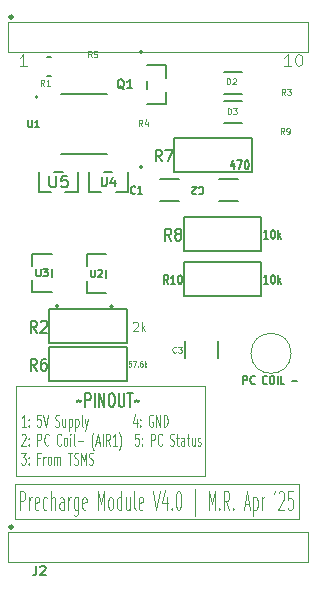
<source format=gbr>
%TF.GenerationSoftware,KiCad,Pcbnew,8.0.8*%
%TF.CreationDate,2025-04-04T13:22:33-04:00*%
%TF.ProjectId,Precharge Module V4.0,50726563-6861-4726-9765-204d6f64756c,rev?*%
%TF.SameCoordinates,Original*%
%TF.FileFunction,Legend,Top*%
%TF.FilePolarity,Positive*%
%FSLAX46Y46*%
G04 Gerber Fmt 4.6, Leading zero omitted, Abs format (unit mm)*
G04 Created by KiCad (PCBNEW 8.0.8) date 2025-04-04 13:22:33*
%MOMM*%
%LPD*%
G01*
G04 APERTURE LIST*
%ADD10C,0.100000*%
%ADD11C,0.150000*%
%ADD12C,0.125000*%
%ADD13C,0.152400*%
%ADD14C,0.120000*%
%ADD15C,0.076200*%
%ADD16C,0.254000*%
%ADD17C,0.127000*%
%ADD18C,0.200000*%
G04 APERTURE END LIST*
D10*
X50250000Y-55000000D02*
X66218809Y-55000000D01*
X66218809Y-62600000D01*
X50250000Y-62600000D01*
X50250000Y-55000000D01*
X50163000Y-63300000D02*
X74163000Y-63300000D01*
X74163000Y-66200000D01*
X50163000Y-66200000D01*
X50163000Y-63300000D01*
D11*
X71555826Y-42500414D02*
X71212969Y-42500414D01*
X71384398Y-42500414D02*
X71384398Y-41750414D01*
X71384398Y-41750414D02*
X71327255Y-41857557D01*
X71327255Y-41857557D02*
X71270112Y-41928985D01*
X71270112Y-41928985D02*
X71212969Y-41964700D01*
X71927255Y-41750414D02*
X71984398Y-41750414D01*
X71984398Y-41750414D02*
X72041541Y-41786128D01*
X72041541Y-41786128D02*
X72070113Y-41821842D01*
X72070113Y-41821842D02*
X72098684Y-41893271D01*
X72098684Y-41893271D02*
X72127255Y-42036128D01*
X72127255Y-42036128D02*
X72127255Y-42214700D01*
X72127255Y-42214700D02*
X72098684Y-42357557D01*
X72098684Y-42357557D02*
X72070113Y-42428985D01*
X72070113Y-42428985D02*
X72041541Y-42464700D01*
X72041541Y-42464700D02*
X71984398Y-42500414D01*
X71984398Y-42500414D02*
X71927255Y-42500414D01*
X71927255Y-42500414D02*
X71870113Y-42464700D01*
X71870113Y-42464700D02*
X71841541Y-42428985D01*
X71841541Y-42428985D02*
X71812970Y-42357557D01*
X71812970Y-42357557D02*
X71784398Y-42214700D01*
X71784398Y-42214700D02*
X71784398Y-42036128D01*
X71784398Y-42036128D02*
X71812970Y-41893271D01*
X71812970Y-41893271D02*
X71841541Y-41821842D01*
X71841541Y-41821842D02*
X71870113Y-41786128D01*
X71870113Y-41786128D02*
X71927255Y-41750414D01*
X72384399Y-42500414D02*
X72384399Y-41750414D01*
X72441542Y-42214700D02*
X72612970Y-42500414D01*
X72612970Y-42000414D02*
X72384399Y-42286128D01*
D10*
X51101503Y-27872419D02*
X50530075Y-27872419D01*
X50815789Y-27872419D02*
X50815789Y-26872419D01*
X50815789Y-26872419D02*
X50720551Y-27015276D01*
X50720551Y-27015276D02*
X50625313Y-27110514D01*
X50625313Y-27110514D02*
X50530075Y-27158133D01*
X51022931Y-58402531D02*
X50680074Y-58402531D01*
X50851503Y-58402531D02*
X50851503Y-57402531D01*
X50851503Y-57402531D02*
X50794360Y-57545388D01*
X50794360Y-57545388D02*
X50737217Y-57640626D01*
X50737217Y-57640626D02*
X50680074Y-57688245D01*
X51280075Y-58307292D02*
X51308646Y-58354912D01*
X51308646Y-58354912D02*
X51280075Y-58402531D01*
X51280075Y-58402531D02*
X51251503Y-58354912D01*
X51251503Y-58354912D02*
X51280075Y-58307292D01*
X51280075Y-58307292D02*
X51280075Y-58402531D01*
X51280075Y-57783483D02*
X51308646Y-57831102D01*
X51308646Y-57831102D02*
X51280075Y-57878721D01*
X51280075Y-57878721D02*
X51251503Y-57831102D01*
X51251503Y-57831102D02*
X51280075Y-57783483D01*
X51280075Y-57783483D02*
X51280075Y-57878721D01*
X52308646Y-57402531D02*
X52022932Y-57402531D01*
X52022932Y-57402531D02*
X51994360Y-57878721D01*
X51994360Y-57878721D02*
X52022932Y-57831102D01*
X52022932Y-57831102D02*
X52080075Y-57783483D01*
X52080075Y-57783483D02*
X52222932Y-57783483D01*
X52222932Y-57783483D02*
X52280075Y-57831102D01*
X52280075Y-57831102D02*
X52308646Y-57878721D01*
X52308646Y-57878721D02*
X52337217Y-57973959D01*
X52337217Y-57973959D02*
X52337217Y-58212054D01*
X52337217Y-58212054D02*
X52308646Y-58307292D01*
X52308646Y-58307292D02*
X52280075Y-58354912D01*
X52280075Y-58354912D02*
X52222932Y-58402531D01*
X52222932Y-58402531D02*
X52080075Y-58402531D01*
X52080075Y-58402531D02*
X52022932Y-58354912D01*
X52022932Y-58354912D02*
X51994360Y-58307292D01*
X52508646Y-57402531D02*
X52708646Y-58402531D01*
X52708646Y-58402531D02*
X52908646Y-57402531D01*
X53537218Y-58354912D02*
X53622933Y-58402531D01*
X53622933Y-58402531D02*
X53765790Y-58402531D01*
X53765790Y-58402531D02*
X53822933Y-58354912D01*
X53822933Y-58354912D02*
X53851504Y-58307292D01*
X53851504Y-58307292D02*
X53880075Y-58212054D01*
X53880075Y-58212054D02*
X53880075Y-58116816D01*
X53880075Y-58116816D02*
X53851504Y-58021578D01*
X53851504Y-58021578D02*
X53822933Y-57973959D01*
X53822933Y-57973959D02*
X53765790Y-57926340D01*
X53765790Y-57926340D02*
X53651504Y-57878721D01*
X53651504Y-57878721D02*
X53594361Y-57831102D01*
X53594361Y-57831102D02*
X53565790Y-57783483D01*
X53565790Y-57783483D02*
X53537218Y-57688245D01*
X53537218Y-57688245D02*
X53537218Y-57593007D01*
X53537218Y-57593007D02*
X53565790Y-57497769D01*
X53565790Y-57497769D02*
X53594361Y-57450150D01*
X53594361Y-57450150D02*
X53651504Y-57402531D01*
X53651504Y-57402531D02*
X53794361Y-57402531D01*
X53794361Y-57402531D02*
X53880075Y-57450150D01*
X54394362Y-57735864D02*
X54394362Y-58402531D01*
X54137219Y-57735864D02*
X54137219Y-58259673D01*
X54137219Y-58259673D02*
X54165790Y-58354912D01*
X54165790Y-58354912D02*
X54222933Y-58402531D01*
X54222933Y-58402531D02*
X54308647Y-58402531D01*
X54308647Y-58402531D02*
X54365790Y-58354912D01*
X54365790Y-58354912D02*
X54394362Y-58307292D01*
X54680076Y-57735864D02*
X54680076Y-58735864D01*
X54680076Y-57783483D02*
X54737219Y-57735864D01*
X54737219Y-57735864D02*
X54851504Y-57735864D01*
X54851504Y-57735864D02*
X54908647Y-57783483D01*
X54908647Y-57783483D02*
X54937219Y-57831102D01*
X54937219Y-57831102D02*
X54965790Y-57926340D01*
X54965790Y-57926340D02*
X54965790Y-58212054D01*
X54965790Y-58212054D02*
X54937219Y-58307292D01*
X54937219Y-58307292D02*
X54908647Y-58354912D01*
X54908647Y-58354912D02*
X54851504Y-58402531D01*
X54851504Y-58402531D02*
X54737219Y-58402531D01*
X54737219Y-58402531D02*
X54680076Y-58354912D01*
X55222933Y-57735864D02*
X55222933Y-58735864D01*
X55222933Y-57783483D02*
X55280076Y-57735864D01*
X55280076Y-57735864D02*
X55394361Y-57735864D01*
X55394361Y-57735864D02*
X55451504Y-57783483D01*
X55451504Y-57783483D02*
X55480076Y-57831102D01*
X55480076Y-57831102D02*
X55508647Y-57926340D01*
X55508647Y-57926340D02*
X55508647Y-58212054D01*
X55508647Y-58212054D02*
X55480076Y-58307292D01*
X55480076Y-58307292D02*
X55451504Y-58354912D01*
X55451504Y-58354912D02*
X55394361Y-58402531D01*
X55394361Y-58402531D02*
X55280076Y-58402531D01*
X55280076Y-58402531D02*
X55222933Y-58354912D01*
X55851504Y-58402531D02*
X55794361Y-58354912D01*
X55794361Y-58354912D02*
X55765790Y-58259673D01*
X55765790Y-58259673D02*
X55765790Y-57402531D01*
X56022933Y-57735864D02*
X56165790Y-58402531D01*
X56308647Y-57735864D02*
X56165790Y-58402531D01*
X56165790Y-58402531D02*
X56108647Y-58640626D01*
X56108647Y-58640626D02*
X56080076Y-58688245D01*
X56080076Y-58688245D02*
X56022933Y-58735864D01*
X60422931Y-57735864D02*
X60422931Y-58402531D01*
X60280073Y-57354912D02*
X60137216Y-58069197D01*
X60137216Y-58069197D02*
X60508645Y-58069197D01*
X60737217Y-58307292D02*
X60765788Y-58354912D01*
X60765788Y-58354912D02*
X60737217Y-58402531D01*
X60737217Y-58402531D02*
X60708645Y-58354912D01*
X60708645Y-58354912D02*
X60737217Y-58307292D01*
X60737217Y-58307292D02*
X60737217Y-58402531D01*
X60737217Y-57783483D02*
X60765788Y-57831102D01*
X60765788Y-57831102D02*
X60737217Y-57878721D01*
X60737217Y-57878721D02*
X60708645Y-57831102D01*
X60708645Y-57831102D02*
X60737217Y-57783483D01*
X60737217Y-57783483D02*
X60737217Y-57878721D01*
X61794359Y-57450150D02*
X61737217Y-57402531D01*
X61737217Y-57402531D02*
X61651502Y-57402531D01*
X61651502Y-57402531D02*
X61565788Y-57450150D01*
X61565788Y-57450150D02*
X61508645Y-57545388D01*
X61508645Y-57545388D02*
X61480074Y-57640626D01*
X61480074Y-57640626D02*
X61451502Y-57831102D01*
X61451502Y-57831102D02*
X61451502Y-57973959D01*
X61451502Y-57973959D02*
X61480074Y-58164435D01*
X61480074Y-58164435D02*
X61508645Y-58259673D01*
X61508645Y-58259673D02*
X61565788Y-58354912D01*
X61565788Y-58354912D02*
X61651502Y-58402531D01*
X61651502Y-58402531D02*
X61708645Y-58402531D01*
X61708645Y-58402531D02*
X61794359Y-58354912D01*
X61794359Y-58354912D02*
X61822931Y-58307292D01*
X61822931Y-58307292D02*
X61822931Y-57973959D01*
X61822931Y-57973959D02*
X61708645Y-57973959D01*
X62080074Y-58402531D02*
X62080074Y-57402531D01*
X62080074Y-57402531D02*
X62422931Y-58402531D01*
X62422931Y-58402531D02*
X62422931Y-57402531D01*
X62708645Y-58402531D02*
X62708645Y-57402531D01*
X62708645Y-57402531D02*
X62851502Y-57402531D01*
X62851502Y-57402531D02*
X62937216Y-57450150D01*
X62937216Y-57450150D02*
X62994359Y-57545388D01*
X62994359Y-57545388D02*
X63022930Y-57640626D01*
X63022930Y-57640626D02*
X63051502Y-57831102D01*
X63051502Y-57831102D02*
X63051502Y-57973959D01*
X63051502Y-57973959D02*
X63022930Y-58164435D01*
X63022930Y-58164435D02*
X62994359Y-58259673D01*
X62994359Y-58259673D02*
X62937216Y-58354912D01*
X62937216Y-58354912D02*
X62851502Y-58402531D01*
X62851502Y-58402531D02*
X62708645Y-58402531D01*
X50680074Y-59107713D02*
X50708646Y-59060094D01*
X50708646Y-59060094D02*
X50765789Y-59012475D01*
X50765789Y-59012475D02*
X50908646Y-59012475D01*
X50908646Y-59012475D02*
X50965789Y-59060094D01*
X50965789Y-59060094D02*
X50994360Y-59107713D01*
X50994360Y-59107713D02*
X51022931Y-59202951D01*
X51022931Y-59202951D02*
X51022931Y-59298189D01*
X51022931Y-59298189D02*
X50994360Y-59441046D01*
X50994360Y-59441046D02*
X50651503Y-60012475D01*
X50651503Y-60012475D02*
X51022931Y-60012475D01*
X51280075Y-59917236D02*
X51308646Y-59964856D01*
X51308646Y-59964856D02*
X51280075Y-60012475D01*
X51280075Y-60012475D02*
X51251503Y-59964856D01*
X51251503Y-59964856D02*
X51280075Y-59917236D01*
X51280075Y-59917236D02*
X51280075Y-60012475D01*
X51280075Y-59393427D02*
X51308646Y-59441046D01*
X51308646Y-59441046D02*
X51280075Y-59488665D01*
X51280075Y-59488665D02*
X51251503Y-59441046D01*
X51251503Y-59441046D02*
X51280075Y-59393427D01*
X51280075Y-59393427D02*
X51280075Y-59488665D01*
X52022932Y-60012475D02*
X52022932Y-59012475D01*
X52022932Y-59012475D02*
X52251503Y-59012475D01*
X52251503Y-59012475D02*
X52308646Y-59060094D01*
X52308646Y-59060094D02*
X52337217Y-59107713D01*
X52337217Y-59107713D02*
X52365789Y-59202951D01*
X52365789Y-59202951D02*
X52365789Y-59345808D01*
X52365789Y-59345808D02*
X52337217Y-59441046D01*
X52337217Y-59441046D02*
X52308646Y-59488665D01*
X52308646Y-59488665D02*
X52251503Y-59536284D01*
X52251503Y-59536284D02*
X52022932Y-59536284D01*
X52965789Y-59917236D02*
X52937217Y-59964856D01*
X52937217Y-59964856D02*
X52851503Y-60012475D01*
X52851503Y-60012475D02*
X52794360Y-60012475D01*
X52794360Y-60012475D02*
X52708646Y-59964856D01*
X52708646Y-59964856D02*
X52651503Y-59869617D01*
X52651503Y-59869617D02*
X52622932Y-59774379D01*
X52622932Y-59774379D02*
X52594360Y-59583903D01*
X52594360Y-59583903D02*
X52594360Y-59441046D01*
X52594360Y-59441046D02*
X52622932Y-59250570D01*
X52622932Y-59250570D02*
X52651503Y-59155332D01*
X52651503Y-59155332D02*
X52708646Y-59060094D01*
X52708646Y-59060094D02*
X52794360Y-59012475D01*
X52794360Y-59012475D02*
X52851503Y-59012475D01*
X52851503Y-59012475D02*
X52937217Y-59060094D01*
X52937217Y-59060094D02*
X52965789Y-59107713D01*
X54022932Y-59917236D02*
X53994360Y-59964856D01*
X53994360Y-59964856D02*
X53908646Y-60012475D01*
X53908646Y-60012475D02*
X53851503Y-60012475D01*
X53851503Y-60012475D02*
X53765789Y-59964856D01*
X53765789Y-59964856D02*
X53708646Y-59869617D01*
X53708646Y-59869617D02*
X53680075Y-59774379D01*
X53680075Y-59774379D02*
X53651503Y-59583903D01*
X53651503Y-59583903D02*
X53651503Y-59441046D01*
X53651503Y-59441046D02*
X53680075Y-59250570D01*
X53680075Y-59250570D02*
X53708646Y-59155332D01*
X53708646Y-59155332D02*
X53765789Y-59060094D01*
X53765789Y-59060094D02*
X53851503Y-59012475D01*
X53851503Y-59012475D02*
X53908646Y-59012475D01*
X53908646Y-59012475D02*
X53994360Y-59060094D01*
X53994360Y-59060094D02*
X54022932Y-59107713D01*
X54365789Y-60012475D02*
X54308646Y-59964856D01*
X54308646Y-59964856D02*
X54280075Y-59917236D01*
X54280075Y-59917236D02*
X54251503Y-59821998D01*
X54251503Y-59821998D02*
X54251503Y-59536284D01*
X54251503Y-59536284D02*
X54280075Y-59441046D01*
X54280075Y-59441046D02*
X54308646Y-59393427D01*
X54308646Y-59393427D02*
X54365789Y-59345808D01*
X54365789Y-59345808D02*
X54451503Y-59345808D01*
X54451503Y-59345808D02*
X54508646Y-59393427D01*
X54508646Y-59393427D02*
X54537218Y-59441046D01*
X54537218Y-59441046D02*
X54565789Y-59536284D01*
X54565789Y-59536284D02*
X54565789Y-59821998D01*
X54565789Y-59821998D02*
X54537218Y-59917236D01*
X54537218Y-59917236D02*
X54508646Y-59964856D01*
X54508646Y-59964856D02*
X54451503Y-60012475D01*
X54451503Y-60012475D02*
X54365789Y-60012475D01*
X54822932Y-60012475D02*
X54822932Y-59345808D01*
X54822932Y-59012475D02*
X54794360Y-59060094D01*
X54794360Y-59060094D02*
X54822932Y-59107713D01*
X54822932Y-59107713D02*
X54851503Y-59060094D01*
X54851503Y-59060094D02*
X54822932Y-59012475D01*
X54822932Y-59012475D02*
X54822932Y-59107713D01*
X55194360Y-60012475D02*
X55137217Y-59964856D01*
X55137217Y-59964856D02*
X55108646Y-59869617D01*
X55108646Y-59869617D02*
X55108646Y-59012475D01*
X55422932Y-59631522D02*
X55880075Y-59631522D01*
X56794360Y-60393427D02*
X56765789Y-60345808D01*
X56765789Y-60345808D02*
X56708646Y-60202951D01*
X56708646Y-60202951D02*
X56680075Y-60107713D01*
X56680075Y-60107713D02*
X56651503Y-59964856D01*
X56651503Y-59964856D02*
X56622932Y-59726760D01*
X56622932Y-59726760D02*
X56622932Y-59536284D01*
X56622932Y-59536284D02*
X56651503Y-59298189D01*
X56651503Y-59298189D02*
X56680075Y-59155332D01*
X56680075Y-59155332D02*
X56708646Y-59060094D01*
X56708646Y-59060094D02*
X56765789Y-58917236D01*
X56765789Y-58917236D02*
X56794360Y-58869617D01*
X56994360Y-59726760D02*
X57280075Y-59726760D01*
X56937217Y-60012475D02*
X57137217Y-59012475D01*
X57137217Y-59012475D02*
X57337217Y-60012475D01*
X57537218Y-60012475D02*
X57537218Y-59012475D01*
X58165789Y-60012475D02*
X57965789Y-59536284D01*
X57822932Y-60012475D02*
X57822932Y-59012475D01*
X57822932Y-59012475D02*
X58051503Y-59012475D01*
X58051503Y-59012475D02*
X58108646Y-59060094D01*
X58108646Y-59060094D02*
X58137217Y-59107713D01*
X58137217Y-59107713D02*
X58165789Y-59202951D01*
X58165789Y-59202951D02*
X58165789Y-59345808D01*
X58165789Y-59345808D02*
X58137217Y-59441046D01*
X58137217Y-59441046D02*
X58108646Y-59488665D01*
X58108646Y-59488665D02*
X58051503Y-59536284D01*
X58051503Y-59536284D02*
X57822932Y-59536284D01*
X58737217Y-60012475D02*
X58394360Y-60012475D01*
X58565789Y-60012475D02*
X58565789Y-59012475D01*
X58565789Y-59012475D02*
X58508646Y-59155332D01*
X58508646Y-59155332D02*
X58451503Y-59250570D01*
X58451503Y-59250570D02*
X58394360Y-59298189D01*
X58937218Y-60393427D02*
X58965789Y-60345808D01*
X58965789Y-60345808D02*
X59022932Y-60202951D01*
X59022932Y-60202951D02*
X59051504Y-60107713D01*
X59051504Y-60107713D02*
X59080075Y-59964856D01*
X59080075Y-59964856D02*
X59108646Y-59726760D01*
X59108646Y-59726760D02*
X59108646Y-59536284D01*
X59108646Y-59536284D02*
X59080075Y-59298189D01*
X59080075Y-59298189D02*
X59051504Y-59155332D01*
X59051504Y-59155332D02*
X59022932Y-59060094D01*
X59022932Y-59060094D02*
X58965789Y-58917236D01*
X58965789Y-58917236D02*
X58937218Y-58869617D01*
X60594361Y-59012475D02*
X60308647Y-59012475D01*
X60308647Y-59012475D02*
X60280075Y-59488665D01*
X60280075Y-59488665D02*
X60308647Y-59441046D01*
X60308647Y-59441046D02*
X60365790Y-59393427D01*
X60365790Y-59393427D02*
X60508647Y-59393427D01*
X60508647Y-59393427D02*
X60565790Y-59441046D01*
X60565790Y-59441046D02*
X60594361Y-59488665D01*
X60594361Y-59488665D02*
X60622932Y-59583903D01*
X60622932Y-59583903D02*
X60622932Y-59821998D01*
X60622932Y-59821998D02*
X60594361Y-59917236D01*
X60594361Y-59917236D02*
X60565790Y-59964856D01*
X60565790Y-59964856D02*
X60508647Y-60012475D01*
X60508647Y-60012475D02*
X60365790Y-60012475D01*
X60365790Y-60012475D02*
X60308647Y-59964856D01*
X60308647Y-59964856D02*
X60280075Y-59917236D01*
X60880076Y-59917236D02*
X60908647Y-59964856D01*
X60908647Y-59964856D02*
X60880076Y-60012475D01*
X60880076Y-60012475D02*
X60851504Y-59964856D01*
X60851504Y-59964856D02*
X60880076Y-59917236D01*
X60880076Y-59917236D02*
X60880076Y-60012475D01*
X60880076Y-59393427D02*
X60908647Y-59441046D01*
X60908647Y-59441046D02*
X60880076Y-59488665D01*
X60880076Y-59488665D02*
X60851504Y-59441046D01*
X60851504Y-59441046D02*
X60880076Y-59393427D01*
X60880076Y-59393427D02*
X60880076Y-59488665D01*
X61622933Y-60012475D02*
X61622933Y-59012475D01*
X61622933Y-59012475D02*
X61851504Y-59012475D01*
X61851504Y-59012475D02*
X61908647Y-59060094D01*
X61908647Y-59060094D02*
X61937218Y-59107713D01*
X61937218Y-59107713D02*
X61965790Y-59202951D01*
X61965790Y-59202951D02*
X61965790Y-59345808D01*
X61965790Y-59345808D02*
X61937218Y-59441046D01*
X61937218Y-59441046D02*
X61908647Y-59488665D01*
X61908647Y-59488665D02*
X61851504Y-59536284D01*
X61851504Y-59536284D02*
X61622933Y-59536284D01*
X62565790Y-59917236D02*
X62537218Y-59964856D01*
X62537218Y-59964856D02*
X62451504Y-60012475D01*
X62451504Y-60012475D02*
X62394361Y-60012475D01*
X62394361Y-60012475D02*
X62308647Y-59964856D01*
X62308647Y-59964856D02*
X62251504Y-59869617D01*
X62251504Y-59869617D02*
X62222933Y-59774379D01*
X62222933Y-59774379D02*
X62194361Y-59583903D01*
X62194361Y-59583903D02*
X62194361Y-59441046D01*
X62194361Y-59441046D02*
X62222933Y-59250570D01*
X62222933Y-59250570D02*
X62251504Y-59155332D01*
X62251504Y-59155332D02*
X62308647Y-59060094D01*
X62308647Y-59060094D02*
X62394361Y-59012475D01*
X62394361Y-59012475D02*
X62451504Y-59012475D01*
X62451504Y-59012475D02*
X62537218Y-59060094D01*
X62537218Y-59060094D02*
X62565790Y-59107713D01*
X63251504Y-59964856D02*
X63337219Y-60012475D01*
X63337219Y-60012475D02*
X63480076Y-60012475D01*
X63480076Y-60012475D02*
X63537219Y-59964856D01*
X63537219Y-59964856D02*
X63565790Y-59917236D01*
X63565790Y-59917236D02*
X63594361Y-59821998D01*
X63594361Y-59821998D02*
X63594361Y-59726760D01*
X63594361Y-59726760D02*
X63565790Y-59631522D01*
X63565790Y-59631522D02*
X63537219Y-59583903D01*
X63537219Y-59583903D02*
X63480076Y-59536284D01*
X63480076Y-59536284D02*
X63365790Y-59488665D01*
X63365790Y-59488665D02*
X63308647Y-59441046D01*
X63308647Y-59441046D02*
X63280076Y-59393427D01*
X63280076Y-59393427D02*
X63251504Y-59298189D01*
X63251504Y-59298189D02*
X63251504Y-59202951D01*
X63251504Y-59202951D02*
X63280076Y-59107713D01*
X63280076Y-59107713D02*
X63308647Y-59060094D01*
X63308647Y-59060094D02*
X63365790Y-59012475D01*
X63365790Y-59012475D02*
X63508647Y-59012475D01*
X63508647Y-59012475D02*
X63594361Y-59060094D01*
X63765790Y-59345808D02*
X63994362Y-59345808D01*
X63851505Y-59012475D02*
X63851505Y-59869617D01*
X63851505Y-59869617D02*
X63880076Y-59964856D01*
X63880076Y-59964856D02*
X63937219Y-60012475D01*
X63937219Y-60012475D02*
X63994362Y-60012475D01*
X64451505Y-60012475D02*
X64451505Y-59488665D01*
X64451505Y-59488665D02*
X64422933Y-59393427D01*
X64422933Y-59393427D02*
X64365790Y-59345808D01*
X64365790Y-59345808D02*
X64251505Y-59345808D01*
X64251505Y-59345808D02*
X64194362Y-59393427D01*
X64451505Y-59964856D02*
X64394362Y-60012475D01*
X64394362Y-60012475D02*
X64251505Y-60012475D01*
X64251505Y-60012475D02*
X64194362Y-59964856D01*
X64194362Y-59964856D02*
X64165790Y-59869617D01*
X64165790Y-59869617D02*
X64165790Y-59774379D01*
X64165790Y-59774379D02*
X64194362Y-59679141D01*
X64194362Y-59679141D02*
X64251505Y-59631522D01*
X64251505Y-59631522D02*
X64394362Y-59631522D01*
X64394362Y-59631522D02*
X64451505Y-59583903D01*
X64651504Y-59345808D02*
X64880076Y-59345808D01*
X64737219Y-59012475D02*
X64737219Y-59869617D01*
X64737219Y-59869617D02*
X64765790Y-59964856D01*
X64765790Y-59964856D02*
X64822933Y-60012475D01*
X64822933Y-60012475D02*
X64880076Y-60012475D01*
X65337219Y-59345808D02*
X65337219Y-60012475D01*
X65080076Y-59345808D02*
X65080076Y-59869617D01*
X65080076Y-59869617D02*
X65108647Y-59964856D01*
X65108647Y-59964856D02*
X65165790Y-60012475D01*
X65165790Y-60012475D02*
X65251504Y-60012475D01*
X65251504Y-60012475D02*
X65308647Y-59964856D01*
X65308647Y-59964856D02*
X65337219Y-59917236D01*
X65594361Y-59964856D02*
X65651504Y-60012475D01*
X65651504Y-60012475D02*
X65765790Y-60012475D01*
X65765790Y-60012475D02*
X65822933Y-59964856D01*
X65822933Y-59964856D02*
X65851504Y-59869617D01*
X65851504Y-59869617D02*
X65851504Y-59821998D01*
X65851504Y-59821998D02*
X65822933Y-59726760D01*
X65822933Y-59726760D02*
X65765790Y-59679141D01*
X65765790Y-59679141D02*
X65680076Y-59679141D01*
X65680076Y-59679141D02*
X65622933Y-59631522D01*
X65622933Y-59631522D02*
X65594361Y-59536284D01*
X65594361Y-59536284D02*
X65594361Y-59488665D01*
X65594361Y-59488665D02*
X65622933Y-59393427D01*
X65622933Y-59393427D02*
X65680076Y-59345808D01*
X65680076Y-59345808D02*
X65765790Y-59345808D01*
X65765790Y-59345808D02*
X65822933Y-59393427D01*
X50651503Y-60622419D02*
X51022931Y-60622419D01*
X51022931Y-60622419D02*
X50822931Y-61003371D01*
X50822931Y-61003371D02*
X50908646Y-61003371D01*
X50908646Y-61003371D02*
X50965789Y-61050990D01*
X50965789Y-61050990D02*
X50994360Y-61098609D01*
X50994360Y-61098609D02*
X51022931Y-61193847D01*
X51022931Y-61193847D02*
X51022931Y-61431942D01*
X51022931Y-61431942D02*
X50994360Y-61527180D01*
X50994360Y-61527180D02*
X50965789Y-61574800D01*
X50965789Y-61574800D02*
X50908646Y-61622419D01*
X50908646Y-61622419D02*
X50737217Y-61622419D01*
X50737217Y-61622419D02*
X50680074Y-61574800D01*
X50680074Y-61574800D02*
X50651503Y-61527180D01*
X51280075Y-61527180D02*
X51308646Y-61574800D01*
X51308646Y-61574800D02*
X51280075Y-61622419D01*
X51280075Y-61622419D02*
X51251503Y-61574800D01*
X51251503Y-61574800D02*
X51280075Y-61527180D01*
X51280075Y-61527180D02*
X51280075Y-61622419D01*
X51280075Y-61003371D02*
X51308646Y-61050990D01*
X51308646Y-61050990D02*
X51280075Y-61098609D01*
X51280075Y-61098609D02*
X51251503Y-61050990D01*
X51251503Y-61050990D02*
X51280075Y-61003371D01*
X51280075Y-61003371D02*
X51280075Y-61098609D01*
X52222932Y-61098609D02*
X52022932Y-61098609D01*
X52022932Y-61622419D02*
X52022932Y-60622419D01*
X52022932Y-60622419D02*
X52308646Y-60622419D01*
X52537218Y-61622419D02*
X52537218Y-60955752D01*
X52537218Y-61146228D02*
X52565789Y-61050990D01*
X52565789Y-61050990D02*
X52594361Y-61003371D01*
X52594361Y-61003371D02*
X52651503Y-60955752D01*
X52651503Y-60955752D02*
X52708646Y-60955752D01*
X52994361Y-61622419D02*
X52937218Y-61574800D01*
X52937218Y-61574800D02*
X52908647Y-61527180D01*
X52908647Y-61527180D02*
X52880075Y-61431942D01*
X52880075Y-61431942D02*
X52880075Y-61146228D01*
X52880075Y-61146228D02*
X52908647Y-61050990D01*
X52908647Y-61050990D02*
X52937218Y-61003371D01*
X52937218Y-61003371D02*
X52994361Y-60955752D01*
X52994361Y-60955752D02*
X53080075Y-60955752D01*
X53080075Y-60955752D02*
X53137218Y-61003371D01*
X53137218Y-61003371D02*
X53165790Y-61050990D01*
X53165790Y-61050990D02*
X53194361Y-61146228D01*
X53194361Y-61146228D02*
X53194361Y-61431942D01*
X53194361Y-61431942D02*
X53165790Y-61527180D01*
X53165790Y-61527180D02*
X53137218Y-61574800D01*
X53137218Y-61574800D02*
X53080075Y-61622419D01*
X53080075Y-61622419D02*
X52994361Y-61622419D01*
X53451504Y-61622419D02*
X53451504Y-60955752D01*
X53451504Y-61050990D02*
X53480075Y-61003371D01*
X53480075Y-61003371D02*
X53537218Y-60955752D01*
X53537218Y-60955752D02*
X53622932Y-60955752D01*
X53622932Y-60955752D02*
X53680075Y-61003371D01*
X53680075Y-61003371D02*
X53708647Y-61098609D01*
X53708647Y-61098609D02*
X53708647Y-61622419D01*
X53708647Y-61098609D02*
X53737218Y-61003371D01*
X53737218Y-61003371D02*
X53794361Y-60955752D01*
X53794361Y-60955752D02*
X53880075Y-60955752D01*
X53880075Y-60955752D02*
X53937218Y-61003371D01*
X53937218Y-61003371D02*
X53965789Y-61098609D01*
X53965789Y-61098609D02*
X53965789Y-61622419D01*
X54622932Y-60622419D02*
X54965790Y-60622419D01*
X54794361Y-61622419D02*
X54794361Y-60622419D01*
X55137218Y-61574800D02*
X55222933Y-61622419D01*
X55222933Y-61622419D02*
X55365790Y-61622419D01*
X55365790Y-61622419D02*
X55422933Y-61574800D01*
X55422933Y-61574800D02*
X55451504Y-61527180D01*
X55451504Y-61527180D02*
X55480075Y-61431942D01*
X55480075Y-61431942D02*
X55480075Y-61336704D01*
X55480075Y-61336704D02*
X55451504Y-61241466D01*
X55451504Y-61241466D02*
X55422933Y-61193847D01*
X55422933Y-61193847D02*
X55365790Y-61146228D01*
X55365790Y-61146228D02*
X55251504Y-61098609D01*
X55251504Y-61098609D02*
X55194361Y-61050990D01*
X55194361Y-61050990D02*
X55165790Y-61003371D01*
X55165790Y-61003371D02*
X55137218Y-60908133D01*
X55137218Y-60908133D02*
X55137218Y-60812895D01*
X55137218Y-60812895D02*
X55165790Y-60717657D01*
X55165790Y-60717657D02*
X55194361Y-60670038D01*
X55194361Y-60670038D02*
X55251504Y-60622419D01*
X55251504Y-60622419D02*
X55394361Y-60622419D01*
X55394361Y-60622419D02*
X55480075Y-60670038D01*
X55737219Y-61622419D02*
X55737219Y-60622419D01*
X55737219Y-60622419D02*
X55937219Y-61336704D01*
X55937219Y-61336704D02*
X56137219Y-60622419D01*
X56137219Y-60622419D02*
X56137219Y-61622419D01*
X56394361Y-61574800D02*
X56480076Y-61622419D01*
X56480076Y-61622419D02*
X56622933Y-61622419D01*
X56622933Y-61622419D02*
X56680076Y-61574800D01*
X56680076Y-61574800D02*
X56708647Y-61527180D01*
X56708647Y-61527180D02*
X56737218Y-61431942D01*
X56737218Y-61431942D02*
X56737218Y-61336704D01*
X56737218Y-61336704D02*
X56708647Y-61241466D01*
X56708647Y-61241466D02*
X56680076Y-61193847D01*
X56680076Y-61193847D02*
X56622933Y-61146228D01*
X56622933Y-61146228D02*
X56508647Y-61098609D01*
X56508647Y-61098609D02*
X56451504Y-61050990D01*
X56451504Y-61050990D02*
X56422933Y-61003371D01*
X56422933Y-61003371D02*
X56394361Y-60908133D01*
X56394361Y-60908133D02*
X56394361Y-60812895D01*
X56394361Y-60812895D02*
X56422933Y-60717657D01*
X56422933Y-60717657D02*
X56451504Y-60670038D01*
X56451504Y-60670038D02*
X56508647Y-60622419D01*
X56508647Y-60622419D02*
X56651504Y-60622419D01*
X56651504Y-60622419D02*
X56737218Y-60670038D01*
X73485312Y-27872419D02*
X72913884Y-27872419D01*
X73199598Y-27872419D02*
X73199598Y-26872419D01*
X73199598Y-26872419D02*
X73104360Y-27015276D01*
X73104360Y-27015276D02*
X73009122Y-27110514D01*
X73009122Y-27110514D02*
X72913884Y-27158133D01*
X74104360Y-26872419D02*
X74199598Y-26872419D01*
X74199598Y-26872419D02*
X74294836Y-26920038D01*
X74294836Y-26920038D02*
X74342455Y-26967657D01*
X74342455Y-26967657D02*
X74390074Y-27062895D01*
X74390074Y-27062895D02*
X74437693Y-27253371D01*
X74437693Y-27253371D02*
X74437693Y-27491466D01*
X74437693Y-27491466D02*
X74390074Y-27681942D01*
X74390074Y-27681942D02*
X74342455Y-27777180D01*
X74342455Y-27777180D02*
X74294836Y-27824800D01*
X74294836Y-27824800D02*
X74199598Y-27872419D01*
X74199598Y-27872419D02*
X74104360Y-27872419D01*
X74104360Y-27872419D02*
X74009122Y-27824800D01*
X74009122Y-27824800D02*
X73961503Y-27777180D01*
X73961503Y-27777180D02*
X73913884Y-27681942D01*
X73913884Y-27681942D02*
X73866265Y-27491466D01*
X73866265Y-27491466D02*
X73866265Y-27253371D01*
X73866265Y-27253371D02*
X73913884Y-27062895D01*
X73913884Y-27062895D02*
X73961503Y-26967657D01*
X73961503Y-26967657D02*
X74009122Y-26920038D01*
X74009122Y-26920038D02*
X74104360Y-26872419D01*
D11*
X71555826Y-46300414D02*
X71212969Y-46300414D01*
X71384398Y-46300414D02*
X71384398Y-45550414D01*
X71384398Y-45550414D02*
X71327255Y-45657557D01*
X71327255Y-45657557D02*
X71270112Y-45728985D01*
X71270112Y-45728985D02*
X71212969Y-45764700D01*
X71927255Y-45550414D02*
X71984398Y-45550414D01*
X71984398Y-45550414D02*
X72041541Y-45586128D01*
X72041541Y-45586128D02*
X72070113Y-45621842D01*
X72070113Y-45621842D02*
X72098684Y-45693271D01*
X72098684Y-45693271D02*
X72127255Y-45836128D01*
X72127255Y-45836128D02*
X72127255Y-46014700D01*
X72127255Y-46014700D02*
X72098684Y-46157557D01*
X72098684Y-46157557D02*
X72070113Y-46228985D01*
X72070113Y-46228985D02*
X72041541Y-46264700D01*
X72041541Y-46264700D02*
X71984398Y-46300414D01*
X71984398Y-46300414D02*
X71927255Y-46300414D01*
X71927255Y-46300414D02*
X71870113Y-46264700D01*
X71870113Y-46264700D02*
X71841541Y-46228985D01*
X71841541Y-46228985D02*
X71812970Y-46157557D01*
X71812970Y-46157557D02*
X71784398Y-46014700D01*
X71784398Y-46014700D02*
X71784398Y-45836128D01*
X71784398Y-45836128D02*
X71812970Y-45693271D01*
X71812970Y-45693271D02*
X71841541Y-45621842D01*
X71841541Y-45621842D02*
X71870113Y-45586128D01*
X71870113Y-45586128D02*
X71927255Y-45550414D01*
X72384399Y-46300414D02*
X72384399Y-45550414D01*
X72441542Y-46014700D02*
X72612970Y-46300414D01*
X72612970Y-45800414D02*
X72384399Y-46086128D01*
X68698684Y-36100414D02*
X68698684Y-36600414D01*
X68555826Y-35814700D02*
X68412969Y-36350414D01*
X68412969Y-36350414D02*
X68784398Y-36350414D01*
X68955827Y-35850414D02*
X69355827Y-35850414D01*
X69355827Y-35850414D02*
X69098684Y-36600414D01*
X69698684Y-35850414D02*
X69755827Y-35850414D01*
X69755827Y-35850414D02*
X69812970Y-35886128D01*
X69812970Y-35886128D02*
X69841542Y-35921842D01*
X69841542Y-35921842D02*
X69870113Y-35993271D01*
X69870113Y-35993271D02*
X69898684Y-36136128D01*
X69898684Y-36136128D02*
X69898684Y-36314700D01*
X69898684Y-36314700D02*
X69870113Y-36457557D01*
X69870113Y-36457557D02*
X69841542Y-36528985D01*
X69841542Y-36528985D02*
X69812970Y-36564700D01*
X69812970Y-36564700D02*
X69755827Y-36600414D01*
X69755827Y-36600414D02*
X69698684Y-36600414D01*
X69698684Y-36600414D02*
X69641542Y-36564700D01*
X69641542Y-36564700D02*
X69612970Y-36528985D01*
X69612970Y-36528985D02*
X69584399Y-36457557D01*
X69584399Y-36457557D02*
X69555827Y-36314700D01*
X69555827Y-36314700D02*
X69555827Y-36136128D01*
X69555827Y-36136128D02*
X69584399Y-35993271D01*
X69584399Y-35993271D02*
X69612970Y-35921842D01*
X69612970Y-35921842D02*
X69641542Y-35886128D01*
X69641542Y-35886128D02*
X69698684Y-35850414D01*
D10*
X50520692Y-65437490D02*
X50520692Y-63837490D01*
X50520692Y-63837490D02*
X50825454Y-63837490D01*
X50825454Y-63837490D02*
X50901644Y-63913680D01*
X50901644Y-63913680D02*
X50939739Y-63989871D01*
X50939739Y-63989871D02*
X50977835Y-64142252D01*
X50977835Y-64142252D02*
X50977835Y-64370823D01*
X50977835Y-64370823D02*
X50939739Y-64523204D01*
X50939739Y-64523204D02*
X50901644Y-64599395D01*
X50901644Y-64599395D02*
X50825454Y-64675585D01*
X50825454Y-64675585D02*
X50520692Y-64675585D01*
X51320692Y-65437490D02*
X51320692Y-64370823D01*
X51320692Y-64675585D02*
X51358787Y-64523204D01*
X51358787Y-64523204D02*
X51396882Y-64447014D01*
X51396882Y-64447014D02*
X51473073Y-64370823D01*
X51473073Y-64370823D02*
X51549263Y-64370823D01*
X52120692Y-65361300D02*
X52044501Y-65437490D01*
X52044501Y-65437490D02*
X51892120Y-65437490D01*
X51892120Y-65437490D02*
X51815930Y-65361300D01*
X51815930Y-65361300D02*
X51777834Y-65208919D01*
X51777834Y-65208919D02*
X51777834Y-64599395D01*
X51777834Y-64599395D02*
X51815930Y-64447014D01*
X51815930Y-64447014D02*
X51892120Y-64370823D01*
X51892120Y-64370823D02*
X52044501Y-64370823D01*
X52044501Y-64370823D02*
X52120692Y-64447014D01*
X52120692Y-64447014D02*
X52158787Y-64599395D01*
X52158787Y-64599395D02*
X52158787Y-64751776D01*
X52158787Y-64751776D02*
X51777834Y-64904157D01*
X52844501Y-65361300D02*
X52768310Y-65437490D01*
X52768310Y-65437490D02*
X52615929Y-65437490D01*
X52615929Y-65437490D02*
X52539739Y-65361300D01*
X52539739Y-65361300D02*
X52501644Y-65285109D01*
X52501644Y-65285109D02*
X52463548Y-65132728D01*
X52463548Y-65132728D02*
X52463548Y-64675585D01*
X52463548Y-64675585D02*
X52501644Y-64523204D01*
X52501644Y-64523204D02*
X52539739Y-64447014D01*
X52539739Y-64447014D02*
X52615929Y-64370823D01*
X52615929Y-64370823D02*
X52768310Y-64370823D01*
X52768310Y-64370823D02*
X52844501Y-64447014D01*
X53187358Y-65437490D02*
X53187358Y-63837490D01*
X53530215Y-65437490D02*
X53530215Y-64599395D01*
X53530215Y-64599395D02*
X53492120Y-64447014D01*
X53492120Y-64447014D02*
X53415929Y-64370823D01*
X53415929Y-64370823D02*
X53301643Y-64370823D01*
X53301643Y-64370823D02*
X53225453Y-64447014D01*
X53225453Y-64447014D02*
X53187358Y-64523204D01*
X54254025Y-65437490D02*
X54254025Y-64599395D01*
X54254025Y-64599395D02*
X54215930Y-64447014D01*
X54215930Y-64447014D02*
X54139739Y-64370823D01*
X54139739Y-64370823D02*
X53987358Y-64370823D01*
X53987358Y-64370823D02*
X53911168Y-64447014D01*
X54254025Y-65361300D02*
X54177834Y-65437490D01*
X54177834Y-65437490D02*
X53987358Y-65437490D01*
X53987358Y-65437490D02*
X53911168Y-65361300D01*
X53911168Y-65361300D02*
X53873072Y-65208919D01*
X53873072Y-65208919D02*
X53873072Y-65056538D01*
X53873072Y-65056538D02*
X53911168Y-64904157D01*
X53911168Y-64904157D02*
X53987358Y-64827966D01*
X53987358Y-64827966D02*
X54177834Y-64827966D01*
X54177834Y-64827966D02*
X54254025Y-64751776D01*
X54634978Y-65437490D02*
X54634978Y-64370823D01*
X54634978Y-64675585D02*
X54673073Y-64523204D01*
X54673073Y-64523204D02*
X54711168Y-64447014D01*
X54711168Y-64447014D02*
X54787359Y-64370823D01*
X54787359Y-64370823D02*
X54863549Y-64370823D01*
X55473073Y-64370823D02*
X55473073Y-65666061D01*
X55473073Y-65666061D02*
X55434978Y-65818442D01*
X55434978Y-65818442D02*
X55396882Y-65894633D01*
X55396882Y-65894633D02*
X55320692Y-65970823D01*
X55320692Y-65970823D02*
X55206406Y-65970823D01*
X55206406Y-65970823D02*
X55130216Y-65894633D01*
X55473073Y-65361300D02*
X55396882Y-65437490D01*
X55396882Y-65437490D02*
X55244501Y-65437490D01*
X55244501Y-65437490D02*
X55168311Y-65361300D01*
X55168311Y-65361300D02*
X55130216Y-65285109D01*
X55130216Y-65285109D02*
X55092120Y-65132728D01*
X55092120Y-65132728D02*
X55092120Y-64675585D01*
X55092120Y-64675585D02*
X55130216Y-64523204D01*
X55130216Y-64523204D02*
X55168311Y-64447014D01*
X55168311Y-64447014D02*
X55244501Y-64370823D01*
X55244501Y-64370823D02*
X55396882Y-64370823D01*
X55396882Y-64370823D02*
X55473073Y-64447014D01*
X56158788Y-65361300D02*
X56082597Y-65437490D01*
X56082597Y-65437490D02*
X55930216Y-65437490D01*
X55930216Y-65437490D02*
X55854026Y-65361300D01*
X55854026Y-65361300D02*
X55815930Y-65208919D01*
X55815930Y-65208919D02*
X55815930Y-64599395D01*
X55815930Y-64599395D02*
X55854026Y-64447014D01*
X55854026Y-64447014D02*
X55930216Y-64370823D01*
X55930216Y-64370823D02*
X56082597Y-64370823D01*
X56082597Y-64370823D02*
X56158788Y-64447014D01*
X56158788Y-64447014D02*
X56196883Y-64599395D01*
X56196883Y-64599395D02*
X56196883Y-64751776D01*
X56196883Y-64751776D02*
X55815930Y-64904157D01*
X57149264Y-65437490D02*
X57149264Y-63837490D01*
X57149264Y-63837490D02*
X57415930Y-64980347D01*
X57415930Y-64980347D02*
X57682597Y-63837490D01*
X57682597Y-63837490D02*
X57682597Y-65437490D01*
X58177835Y-65437490D02*
X58101645Y-65361300D01*
X58101645Y-65361300D02*
X58063550Y-65285109D01*
X58063550Y-65285109D02*
X58025454Y-65132728D01*
X58025454Y-65132728D02*
X58025454Y-64675585D01*
X58025454Y-64675585D02*
X58063550Y-64523204D01*
X58063550Y-64523204D02*
X58101645Y-64447014D01*
X58101645Y-64447014D02*
X58177835Y-64370823D01*
X58177835Y-64370823D02*
X58292121Y-64370823D01*
X58292121Y-64370823D02*
X58368312Y-64447014D01*
X58368312Y-64447014D02*
X58406407Y-64523204D01*
X58406407Y-64523204D02*
X58444502Y-64675585D01*
X58444502Y-64675585D02*
X58444502Y-65132728D01*
X58444502Y-65132728D02*
X58406407Y-65285109D01*
X58406407Y-65285109D02*
X58368312Y-65361300D01*
X58368312Y-65361300D02*
X58292121Y-65437490D01*
X58292121Y-65437490D02*
X58177835Y-65437490D01*
X59130217Y-65437490D02*
X59130217Y-63837490D01*
X59130217Y-65361300D02*
X59054026Y-65437490D01*
X59054026Y-65437490D02*
X58901645Y-65437490D01*
X58901645Y-65437490D02*
X58825455Y-65361300D01*
X58825455Y-65361300D02*
X58787360Y-65285109D01*
X58787360Y-65285109D02*
X58749264Y-65132728D01*
X58749264Y-65132728D02*
X58749264Y-64675585D01*
X58749264Y-64675585D02*
X58787360Y-64523204D01*
X58787360Y-64523204D02*
X58825455Y-64447014D01*
X58825455Y-64447014D02*
X58901645Y-64370823D01*
X58901645Y-64370823D02*
X59054026Y-64370823D01*
X59054026Y-64370823D02*
X59130217Y-64447014D01*
X59854027Y-64370823D02*
X59854027Y-65437490D01*
X59511170Y-64370823D02*
X59511170Y-65208919D01*
X59511170Y-65208919D02*
X59549265Y-65361300D01*
X59549265Y-65361300D02*
X59625455Y-65437490D01*
X59625455Y-65437490D02*
X59739741Y-65437490D01*
X59739741Y-65437490D02*
X59815932Y-65361300D01*
X59815932Y-65361300D02*
X59854027Y-65285109D01*
X60349265Y-65437490D02*
X60273075Y-65361300D01*
X60273075Y-65361300D02*
X60234980Y-65208919D01*
X60234980Y-65208919D02*
X60234980Y-63837490D01*
X60958790Y-65361300D02*
X60882599Y-65437490D01*
X60882599Y-65437490D02*
X60730218Y-65437490D01*
X60730218Y-65437490D02*
X60654028Y-65361300D01*
X60654028Y-65361300D02*
X60615932Y-65208919D01*
X60615932Y-65208919D02*
X60615932Y-64599395D01*
X60615932Y-64599395D02*
X60654028Y-64447014D01*
X60654028Y-64447014D02*
X60730218Y-64370823D01*
X60730218Y-64370823D02*
X60882599Y-64370823D01*
X60882599Y-64370823D02*
X60958790Y-64447014D01*
X60958790Y-64447014D02*
X60996885Y-64599395D01*
X60996885Y-64599395D02*
X60996885Y-64751776D01*
X60996885Y-64751776D02*
X60615932Y-64904157D01*
X61834980Y-63837490D02*
X62101647Y-65437490D01*
X62101647Y-65437490D02*
X62368313Y-63837490D01*
X62977837Y-64370823D02*
X62977837Y-65437490D01*
X62787361Y-63761300D02*
X62596884Y-64904157D01*
X62596884Y-64904157D02*
X63092123Y-64904157D01*
X63396885Y-65285109D02*
X63434980Y-65361300D01*
X63434980Y-65361300D02*
X63396885Y-65437490D01*
X63396885Y-65437490D02*
X63358789Y-65361300D01*
X63358789Y-65361300D02*
X63396885Y-65285109D01*
X63396885Y-65285109D02*
X63396885Y-65437490D01*
X63930218Y-63837490D02*
X64006408Y-63837490D01*
X64006408Y-63837490D02*
X64082599Y-63913680D01*
X64082599Y-63913680D02*
X64120694Y-63989871D01*
X64120694Y-63989871D02*
X64158789Y-64142252D01*
X64158789Y-64142252D02*
X64196884Y-64447014D01*
X64196884Y-64447014D02*
X64196884Y-64827966D01*
X64196884Y-64827966D02*
X64158789Y-65132728D01*
X64158789Y-65132728D02*
X64120694Y-65285109D01*
X64120694Y-65285109D02*
X64082599Y-65361300D01*
X64082599Y-65361300D02*
X64006408Y-65437490D01*
X64006408Y-65437490D02*
X63930218Y-65437490D01*
X63930218Y-65437490D02*
X63854027Y-65361300D01*
X63854027Y-65361300D02*
X63815932Y-65285109D01*
X63815932Y-65285109D02*
X63777837Y-65132728D01*
X63777837Y-65132728D02*
X63739741Y-64827966D01*
X63739741Y-64827966D02*
X63739741Y-64447014D01*
X63739741Y-64447014D02*
X63777837Y-64142252D01*
X63777837Y-64142252D02*
X63815932Y-63989871D01*
X63815932Y-63989871D02*
X63854027Y-63913680D01*
X63854027Y-63913680D02*
X63930218Y-63837490D01*
X65339742Y-65970823D02*
X65339742Y-63685109D01*
X66520695Y-65437490D02*
X66520695Y-63837490D01*
X66520695Y-63837490D02*
X66787361Y-64980347D01*
X66787361Y-64980347D02*
X67054028Y-63837490D01*
X67054028Y-63837490D02*
X67054028Y-65437490D01*
X67434981Y-65285109D02*
X67473076Y-65361300D01*
X67473076Y-65361300D02*
X67434981Y-65437490D01*
X67434981Y-65437490D02*
X67396885Y-65361300D01*
X67396885Y-65361300D02*
X67434981Y-65285109D01*
X67434981Y-65285109D02*
X67434981Y-65437490D01*
X68273076Y-65437490D02*
X68006409Y-64675585D01*
X67815933Y-65437490D02*
X67815933Y-63837490D01*
X67815933Y-63837490D02*
X68120695Y-63837490D01*
X68120695Y-63837490D02*
X68196885Y-63913680D01*
X68196885Y-63913680D02*
X68234980Y-63989871D01*
X68234980Y-63989871D02*
X68273076Y-64142252D01*
X68273076Y-64142252D02*
X68273076Y-64370823D01*
X68273076Y-64370823D02*
X68234980Y-64523204D01*
X68234980Y-64523204D02*
X68196885Y-64599395D01*
X68196885Y-64599395D02*
X68120695Y-64675585D01*
X68120695Y-64675585D02*
X67815933Y-64675585D01*
X68615933Y-65285109D02*
X68654028Y-65361300D01*
X68654028Y-65361300D02*
X68615933Y-65437490D01*
X68615933Y-65437490D02*
X68577837Y-65361300D01*
X68577837Y-65361300D02*
X68615933Y-65285109D01*
X68615933Y-65285109D02*
X68615933Y-65437490D01*
X69568313Y-64980347D02*
X69949266Y-64980347D01*
X69492123Y-65437490D02*
X69758790Y-63837490D01*
X69758790Y-63837490D02*
X70025456Y-65437490D01*
X70292123Y-64370823D02*
X70292123Y-65970823D01*
X70292123Y-64447014D02*
X70368313Y-64370823D01*
X70368313Y-64370823D02*
X70520694Y-64370823D01*
X70520694Y-64370823D02*
X70596885Y-64447014D01*
X70596885Y-64447014D02*
X70634980Y-64523204D01*
X70634980Y-64523204D02*
X70673075Y-64675585D01*
X70673075Y-64675585D02*
X70673075Y-65132728D01*
X70673075Y-65132728D02*
X70634980Y-65285109D01*
X70634980Y-65285109D02*
X70596885Y-65361300D01*
X70596885Y-65361300D02*
X70520694Y-65437490D01*
X70520694Y-65437490D02*
X70368313Y-65437490D01*
X70368313Y-65437490D02*
X70292123Y-65361300D01*
X71015933Y-65437490D02*
X71015933Y-64370823D01*
X71015933Y-64675585D02*
X71054028Y-64523204D01*
X71054028Y-64523204D02*
X71092123Y-64447014D01*
X71092123Y-64447014D02*
X71168314Y-64370823D01*
X71168314Y-64370823D02*
X71244504Y-64370823D01*
X72158790Y-63837490D02*
X72082599Y-64142252D01*
X72463551Y-63989871D02*
X72501647Y-63913680D01*
X72501647Y-63913680D02*
X72577837Y-63837490D01*
X72577837Y-63837490D02*
X72768313Y-63837490D01*
X72768313Y-63837490D02*
X72844504Y-63913680D01*
X72844504Y-63913680D02*
X72882599Y-63989871D01*
X72882599Y-63989871D02*
X72920694Y-64142252D01*
X72920694Y-64142252D02*
X72920694Y-64294633D01*
X72920694Y-64294633D02*
X72882599Y-64523204D01*
X72882599Y-64523204D02*
X72425456Y-65437490D01*
X72425456Y-65437490D02*
X72920694Y-65437490D01*
X73644504Y-63837490D02*
X73263552Y-63837490D01*
X73263552Y-63837490D02*
X73225456Y-64599395D01*
X73225456Y-64599395D02*
X73263552Y-64523204D01*
X73263552Y-64523204D02*
X73339742Y-64447014D01*
X73339742Y-64447014D02*
X73530218Y-64447014D01*
X73530218Y-64447014D02*
X73606409Y-64523204D01*
X73606409Y-64523204D02*
X73644504Y-64599395D01*
X73644504Y-64599395D02*
X73682599Y-64751776D01*
X73682599Y-64751776D02*
X73682599Y-65132728D01*
X73682599Y-65132728D02*
X73644504Y-65285109D01*
X73644504Y-65285109D02*
X73606409Y-65361300D01*
X73606409Y-65361300D02*
X73530218Y-65437490D01*
X73530218Y-65437490D02*
X73339742Y-65437490D01*
X73339742Y-65437490D02*
X73263552Y-65361300D01*
X73263552Y-65361300D02*
X73225456Y-65285109D01*
X60108646Y-49624442D02*
X60144360Y-49588728D01*
X60144360Y-49588728D02*
X60215789Y-49553014D01*
X60215789Y-49553014D02*
X60394360Y-49553014D01*
X60394360Y-49553014D02*
X60465789Y-49588728D01*
X60465789Y-49588728D02*
X60501503Y-49624442D01*
X60501503Y-49624442D02*
X60537217Y-49695871D01*
X60537217Y-49695871D02*
X60537217Y-49767300D01*
X60537217Y-49767300D02*
X60501503Y-49874442D01*
X60501503Y-49874442D02*
X60072931Y-50303014D01*
X60072931Y-50303014D02*
X60537217Y-50303014D01*
X60858646Y-50303014D02*
X60858646Y-49553014D01*
X60930075Y-50017300D02*
X61144360Y-50303014D01*
X61144360Y-49803014D02*
X60858646Y-50088728D01*
D11*
X55374874Y-56288200D02*
X55412969Y-56231057D01*
X55412969Y-56231057D02*
X55489160Y-56173914D01*
X55489160Y-56173914D02*
X55641541Y-56288200D01*
X55641541Y-56288200D02*
X55717731Y-56231057D01*
X55717731Y-56231057D02*
X55755826Y-56173914D01*
X56060589Y-56745342D02*
X56060589Y-55545342D01*
X56060589Y-55545342D02*
X56365351Y-55545342D01*
X56365351Y-55545342D02*
X56441541Y-55602485D01*
X56441541Y-55602485D02*
X56479636Y-55659628D01*
X56479636Y-55659628D02*
X56517732Y-55773914D01*
X56517732Y-55773914D02*
X56517732Y-55945342D01*
X56517732Y-55945342D02*
X56479636Y-56059628D01*
X56479636Y-56059628D02*
X56441541Y-56116771D01*
X56441541Y-56116771D02*
X56365351Y-56173914D01*
X56365351Y-56173914D02*
X56060589Y-56173914D01*
X56860589Y-56745342D02*
X56860589Y-55545342D01*
X57241541Y-56745342D02*
X57241541Y-55545342D01*
X57241541Y-55545342D02*
X57698684Y-56745342D01*
X57698684Y-56745342D02*
X57698684Y-55545342D01*
X58232017Y-55545342D02*
X58384398Y-55545342D01*
X58384398Y-55545342D02*
X58460588Y-55602485D01*
X58460588Y-55602485D02*
X58536779Y-55716771D01*
X58536779Y-55716771D02*
X58574874Y-55945342D01*
X58574874Y-55945342D02*
X58574874Y-56345342D01*
X58574874Y-56345342D02*
X58536779Y-56573914D01*
X58536779Y-56573914D02*
X58460588Y-56688200D01*
X58460588Y-56688200D02*
X58384398Y-56745342D01*
X58384398Y-56745342D02*
X58232017Y-56745342D01*
X58232017Y-56745342D02*
X58155826Y-56688200D01*
X58155826Y-56688200D02*
X58079636Y-56573914D01*
X58079636Y-56573914D02*
X58041540Y-56345342D01*
X58041540Y-56345342D02*
X58041540Y-55945342D01*
X58041540Y-55945342D02*
X58079636Y-55716771D01*
X58079636Y-55716771D02*
X58155826Y-55602485D01*
X58155826Y-55602485D02*
X58232017Y-55545342D01*
X58917731Y-55545342D02*
X58917731Y-56516771D01*
X58917731Y-56516771D02*
X58955826Y-56631057D01*
X58955826Y-56631057D02*
X58993921Y-56688200D01*
X58993921Y-56688200D02*
X59070112Y-56745342D01*
X59070112Y-56745342D02*
X59222493Y-56745342D01*
X59222493Y-56745342D02*
X59298683Y-56688200D01*
X59298683Y-56688200D02*
X59336778Y-56631057D01*
X59336778Y-56631057D02*
X59374874Y-56516771D01*
X59374874Y-56516771D02*
X59374874Y-55545342D01*
X59641540Y-55545342D02*
X60098683Y-55545342D01*
X59870111Y-56745342D02*
X59870111Y-55545342D01*
X60251064Y-56288200D02*
X60289159Y-56231057D01*
X60289159Y-56231057D02*
X60365350Y-56173914D01*
X60365350Y-56173914D02*
X60517731Y-56288200D01*
X60517731Y-56288200D02*
X60593921Y-56231057D01*
X60593921Y-56231057D02*
X60632016Y-56173914D01*
D10*
X59951503Y-52833609D02*
X59761027Y-52833609D01*
X59761027Y-52833609D02*
X59741979Y-53071704D01*
X59741979Y-53071704D02*
X59761027Y-53047895D01*
X59761027Y-53047895D02*
X59799122Y-53024085D01*
X59799122Y-53024085D02*
X59894360Y-53024085D01*
X59894360Y-53024085D02*
X59932455Y-53047895D01*
X59932455Y-53047895D02*
X59951503Y-53071704D01*
X59951503Y-53071704D02*
X59970550Y-53119323D01*
X59970550Y-53119323D02*
X59970550Y-53238371D01*
X59970550Y-53238371D02*
X59951503Y-53285990D01*
X59951503Y-53285990D02*
X59932455Y-53309800D01*
X59932455Y-53309800D02*
X59894360Y-53333609D01*
X59894360Y-53333609D02*
X59799122Y-53333609D01*
X59799122Y-53333609D02*
X59761027Y-53309800D01*
X59761027Y-53309800D02*
X59741979Y-53285990D01*
X60103883Y-52833609D02*
X60370550Y-52833609D01*
X60370550Y-52833609D02*
X60199121Y-53333609D01*
X60522931Y-53285990D02*
X60541978Y-53309800D01*
X60541978Y-53309800D02*
X60522931Y-53333609D01*
X60522931Y-53333609D02*
X60503883Y-53309800D01*
X60503883Y-53309800D02*
X60522931Y-53285990D01*
X60522931Y-53285990D02*
X60522931Y-53333609D01*
X60884835Y-52833609D02*
X60808645Y-52833609D01*
X60808645Y-52833609D02*
X60770549Y-52857419D01*
X60770549Y-52857419D02*
X60751502Y-52881228D01*
X60751502Y-52881228D02*
X60713407Y-52952657D01*
X60713407Y-52952657D02*
X60694359Y-53047895D01*
X60694359Y-53047895D02*
X60694359Y-53238371D01*
X60694359Y-53238371D02*
X60713407Y-53285990D01*
X60713407Y-53285990D02*
X60732454Y-53309800D01*
X60732454Y-53309800D02*
X60770549Y-53333609D01*
X60770549Y-53333609D02*
X60846740Y-53333609D01*
X60846740Y-53333609D02*
X60884835Y-53309800D01*
X60884835Y-53309800D02*
X60903883Y-53285990D01*
X60903883Y-53285990D02*
X60922930Y-53238371D01*
X60922930Y-53238371D02*
X60922930Y-53119323D01*
X60922930Y-53119323D02*
X60903883Y-53071704D01*
X60903883Y-53071704D02*
X60884835Y-53047895D01*
X60884835Y-53047895D02*
X60846740Y-53024085D01*
X60846740Y-53024085D02*
X60770549Y-53024085D01*
X60770549Y-53024085D02*
X60732454Y-53047895D01*
X60732454Y-53047895D02*
X60713407Y-53071704D01*
X60713407Y-53071704D02*
X60694359Y-53119323D01*
X61094359Y-53333609D02*
X61094359Y-52833609D01*
X61132454Y-53143133D02*
X61246740Y-53333609D01*
X61246740Y-53000276D02*
X61094359Y-53190752D01*
D12*
X68132952Y-31948809D02*
X68132952Y-31448809D01*
X68132952Y-31448809D02*
X68252000Y-31448809D01*
X68252000Y-31448809D02*
X68323428Y-31472619D01*
X68323428Y-31472619D02*
X68371047Y-31520238D01*
X68371047Y-31520238D02*
X68394857Y-31567857D01*
X68394857Y-31567857D02*
X68418666Y-31663095D01*
X68418666Y-31663095D02*
X68418666Y-31734523D01*
X68418666Y-31734523D02*
X68394857Y-31829761D01*
X68394857Y-31829761D02*
X68371047Y-31877380D01*
X68371047Y-31877380D02*
X68323428Y-31925000D01*
X68323428Y-31925000D02*
X68252000Y-31948809D01*
X68252000Y-31948809D02*
X68132952Y-31948809D01*
X68585333Y-31448809D02*
X68894857Y-31448809D01*
X68894857Y-31448809D02*
X68728190Y-31639285D01*
X68728190Y-31639285D02*
X68799619Y-31639285D01*
X68799619Y-31639285D02*
X68847238Y-31663095D01*
X68847238Y-31663095D02*
X68871047Y-31686904D01*
X68871047Y-31686904D02*
X68894857Y-31734523D01*
X68894857Y-31734523D02*
X68894857Y-31853571D01*
X68894857Y-31853571D02*
X68871047Y-31901190D01*
X68871047Y-31901190D02*
X68847238Y-31925000D01*
X68847238Y-31925000D02*
X68799619Y-31948809D01*
X68799619Y-31948809D02*
X68656762Y-31948809D01*
X68656762Y-31948809D02*
X68609143Y-31925000D01*
X68609143Y-31925000D02*
X68585333Y-31901190D01*
D11*
X51965000Y-53654819D02*
X51665000Y-53178628D01*
X51450714Y-53654819D02*
X51450714Y-52654819D01*
X51450714Y-52654819D02*
X51793571Y-52654819D01*
X51793571Y-52654819D02*
X51879286Y-52702438D01*
X51879286Y-52702438D02*
X51922143Y-52750057D01*
X51922143Y-52750057D02*
X51965000Y-52845295D01*
X51965000Y-52845295D02*
X51965000Y-52988152D01*
X51965000Y-52988152D02*
X51922143Y-53083390D01*
X51922143Y-53083390D02*
X51879286Y-53131009D01*
X51879286Y-53131009D02*
X51793571Y-53178628D01*
X51793571Y-53178628D02*
X51450714Y-53178628D01*
X52736429Y-52654819D02*
X52565000Y-52654819D01*
X52565000Y-52654819D02*
X52479286Y-52702438D01*
X52479286Y-52702438D02*
X52436429Y-52750057D01*
X52436429Y-52750057D02*
X52350714Y-52892914D01*
X52350714Y-52892914D02*
X52307857Y-53083390D01*
X52307857Y-53083390D02*
X52307857Y-53464342D01*
X52307857Y-53464342D02*
X52350714Y-53559580D01*
X52350714Y-53559580D02*
X52393571Y-53607200D01*
X52393571Y-53607200D02*
X52479286Y-53654819D01*
X52479286Y-53654819D02*
X52650714Y-53654819D01*
X52650714Y-53654819D02*
X52736429Y-53607200D01*
X52736429Y-53607200D02*
X52779286Y-53559580D01*
X52779286Y-53559580D02*
X52822143Y-53464342D01*
X52822143Y-53464342D02*
X52822143Y-53226247D01*
X52822143Y-53226247D02*
X52779286Y-53131009D01*
X52779286Y-53131009D02*
X52736429Y-53083390D01*
X52736429Y-53083390D02*
X52650714Y-53035771D01*
X52650714Y-53035771D02*
X52479286Y-53035771D01*
X52479286Y-53035771D02*
X52393571Y-53083390D01*
X52393571Y-53083390D02*
X52350714Y-53131009D01*
X52350714Y-53131009D02*
X52307857Y-53226247D01*
X69464286Y-54839164D02*
X69464286Y-54089164D01*
X69464286Y-54089164D02*
X69692857Y-54089164D01*
X69692857Y-54089164D02*
X69750000Y-54124878D01*
X69750000Y-54124878D02*
X69778571Y-54160592D01*
X69778571Y-54160592D02*
X69807143Y-54232021D01*
X69807143Y-54232021D02*
X69807143Y-54339164D01*
X69807143Y-54339164D02*
X69778571Y-54410592D01*
X69778571Y-54410592D02*
X69750000Y-54446307D01*
X69750000Y-54446307D02*
X69692857Y-54482021D01*
X69692857Y-54482021D02*
X69464286Y-54482021D01*
X70407143Y-54767735D02*
X70378571Y-54803450D01*
X70378571Y-54803450D02*
X70292857Y-54839164D01*
X70292857Y-54839164D02*
X70235714Y-54839164D01*
X70235714Y-54839164D02*
X70150000Y-54803450D01*
X70150000Y-54803450D02*
X70092857Y-54732021D01*
X70092857Y-54732021D02*
X70064286Y-54660592D01*
X70064286Y-54660592D02*
X70035714Y-54517735D01*
X70035714Y-54517735D02*
X70035714Y-54410592D01*
X70035714Y-54410592D02*
X70064286Y-54267735D01*
X70064286Y-54267735D02*
X70092857Y-54196307D01*
X70092857Y-54196307D02*
X70150000Y-54124878D01*
X70150000Y-54124878D02*
X70235714Y-54089164D01*
X70235714Y-54089164D02*
X70292857Y-54089164D01*
X70292857Y-54089164D02*
X70378571Y-54124878D01*
X70378571Y-54124878D02*
X70407143Y-54160592D01*
X71464286Y-54767735D02*
X71435714Y-54803450D01*
X71435714Y-54803450D02*
X71350000Y-54839164D01*
X71350000Y-54839164D02*
X71292857Y-54839164D01*
X71292857Y-54839164D02*
X71207143Y-54803450D01*
X71207143Y-54803450D02*
X71150000Y-54732021D01*
X71150000Y-54732021D02*
X71121429Y-54660592D01*
X71121429Y-54660592D02*
X71092857Y-54517735D01*
X71092857Y-54517735D02*
X71092857Y-54410592D01*
X71092857Y-54410592D02*
X71121429Y-54267735D01*
X71121429Y-54267735D02*
X71150000Y-54196307D01*
X71150000Y-54196307D02*
X71207143Y-54124878D01*
X71207143Y-54124878D02*
X71292857Y-54089164D01*
X71292857Y-54089164D02*
X71350000Y-54089164D01*
X71350000Y-54089164D02*
X71435714Y-54124878D01*
X71435714Y-54124878D02*
X71464286Y-54160592D01*
X71835714Y-54089164D02*
X71950000Y-54089164D01*
X71950000Y-54089164D02*
X72007143Y-54124878D01*
X72007143Y-54124878D02*
X72064286Y-54196307D01*
X72064286Y-54196307D02*
X72092857Y-54339164D01*
X72092857Y-54339164D02*
X72092857Y-54589164D01*
X72092857Y-54589164D02*
X72064286Y-54732021D01*
X72064286Y-54732021D02*
X72007143Y-54803450D01*
X72007143Y-54803450D02*
X71950000Y-54839164D01*
X71950000Y-54839164D02*
X71835714Y-54839164D01*
X71835714Y-54839164D02*
X71778572Y-54803450D01*
X71778572Y-54803450D02*
X71721429Y-54732021D01*
X71721429Y-54732021D02*
X71692857Y-54589164D01*
X71692857Y-54589164D02*
X71692857Y-54339164D01*
X71692857Y-54339164D02*
X71721429Y-54196307D01*
X71721429Y-54196307D02*
X71778572Y-54124878D01*
X71778572Y-54124878D02*
X71835714Y-54089164D01*
X72350000Y-54839164D02*
X72350000Y-54089164D01*
X72921428Y-54839164D02*
X72635714Y-54839164D01*
X72635714Y-54839164D02*
X72635714Y-54089164D01*
X73578571Y-54553450D02*
X74035714Y-54553450D01*
X59365571Y-29821192D02*
X59294142Y-29785478D01*
X59294142Y-29785478D02*
X59222714Y-29714050D01*
X59222714Y-29714050D02*
X59115571Y-29606907D01*
X59115571Y-29606907D02*
X59044142Y-29571192D01*
X59044142Y-29571192D02*
X58972714Y-29571192D01*
X59008428Y-29749764D02*
X58937000Y-29714050D01*
X58937000Y-29714050D02*
X58865571Y-29642621D01*
X58865571Y-29642621D02*
X58829857Y-29499764D01*
X58829857Y-29499764D02*
X58829857Y-29249764D01*
X58829857Y-29249764D02*
X58865571Y-29106907D01*
X58865571Y-29106907D02*
X58937000Y-29035478D01*
X58937000Y-29035478D02*
X59008428Y-28999764D01*
X59008428Y-28999764D02*
X59151285Y-28999764D01*
X59151285Y-28999764D02*
X59222714Y-29035478D01*
X59222714Y-29035478D02*
X59294142Y-29106907D01*
X59294142Y-29106907D02*
X59329857Y-29249764D01*
X59329857Y-29249764D02*
X59329857Y-29499764D01*
X59329857Y-29499764D02*
X59294142Y-29642621D01*
X59294142Y-29642621D02*
X59222714Y-29714050D01*
X59222714Y-29714050D02*
X59151285Y-29749764D01*
X59151285Y-29749764D02*
X59008428Y-29749764D01*
X60044142Y-29749764D02*
X59615571Y-29749764D01*
X59829856Y-29749764D02*
X59829856Y-28999764D01*
X59829856Y-28999764D02*
X59758428Y-29106907D01*
X59758428Y-29106907D02*
X59686999Y-29178335D01*
X59686999Y-29178335D02*
X59615571Y-29214050D01*
D12*
X73016666Y-30324809D02*
X72850000Y-30086714D01*
X72730952Y-30324809D02*
X72730952Y-29824809D01*
X72730952Y-29824809D02*
X72921428Y-29824809D01*
X72921428Y-29824809D02*
X72969047Y-29848619D01*
X72969047Y-29848619D02*
X72992857Y-29872428D01*
X72992857Y-29872428D02*
X73016666Y-29920047D01*
X73016666Y-29920047D02*
X73016666Y-29991476D01*
X73016666Y-29991476D02*
X72992857Y-30039095D01*
X72992857Y-30039095D02*
X72969047Y-30062904D01*
X72969047Y-30062904D02*
X72921428Y-30086714D01*
X72921428Y-30086714D02*
X72730952Y-30086714D01*
X73183333Y-29824809D02*
X73492857Y-29824809D01*
X73492857Y-29824809D02*
X73326190Y-30015285D01*
X73326190Y-30015285D02*
X73397619Y-30015285D01*
X73397619Y-30015285D02*
X73445238Y-30039095D01*
X73445238Y-30039095D02*
X73469047Y-30062904D01*
X73469047Y-30062904D02*
X73492857Y-30110523D01*
X73492857Y-30110523D02*
X73492857Y-30229571D01*
X73492857Y-30229571D02*
X73469047Y-30277190D01*
X73469047Y-30277190D02*
X73445238Y-30301000D01*
X73445238Y-30301000D02*
X73397619Y-30324809D01*
X73397619Y-30324809D02*
X73254762Y-30324809D01*
X73254762Y-30324809D02*
X73207143Y-30301000D01*
X73207143Y-30301000D02*
X73183333Y-30277190D01*
X63766666Y-52104991D02*
X63742857Y-52128801D01*
X63742857Y-52128801D02*
X63671428Y-52152610D01*
X63671428Y-52152610D02*
X63623809Y-52152610D01*
X63623809Y-52152610D02*
X63552381Y-52128801D01*
X63552381Y-52128801D02*
X63504762Y-52081181D01*
X63504762Y-52081181D02*
X63480952Y-52033562D01*
X63480952Y-52033562D02*
X63457143Y-51938324D01*
X63457143Y-51938324D02*
X63457143Y-51866896D01*
X63457143Y-51866896D02*
X63480952Y-51771658D01*
X63480952Y-51771658D02*
X63504762Y-51724039D01*
X63504762Y-51724039D02*
X63552381Y-51676420D01*
X63552381Y-51676420D02*
X63623809Y-51652610D01*
X63623809Y-51652610D02*
X63671428Y-51652610D01*
X63671428Y-51652610D02*
X63742857Y-51676420D01*
X63742857Y-51676420D02*
X63766666Y-51700229D01*
X63933333Y-51652610D02*
X64242857Y-51652610D01*
X64242857Y-51652610D02*
X64076190Y-51843086D01*
X64076190Y-51843086D02*
X64147619Y-51843086D01*
X64147619Y-51843086D02*
X64195238Y-51866896D01*
X64195238Y-51866896D02*
X64219047Y-51890705D01*
X64219047Y-51890705D02*
X64242857Y-51938324D01*
X64242857Y-51938324D02*
X64242857Y-52057372D01*
X64242857Y-52057372D02*
X64219047Y-52104991D01*
X64219047Y-52104991D02*
X64195238Y-52128801D01*
X64195238Y-52128801D02*
X64147619Y-52152610D01*
X64147619Y-52152610D02*
X64004762Y-52152610D01*
X64004762Y-52152610D02*
X63957143Y-52128801D01*
X63957143Y-52128801D02*
X63933333Y-52104991D01*
X68082952Y-29424809D02*
X68082952Y-28924809D01*
X68082952Y-28924809D02*
X68202000Y-28924809D01*
X68202000Y-28924809D02*
X68273428Y-28948619D01*
X68273428Y-28948619D02*
X68321047Y-28996238D01*
X68321047Y-28996238D02*
X68344857Y-29043857D01*
X68344857Y-29043857D02*
X68368666Y-29139095D01*
X68368666Y-29139095D02*
X68368666Y-29210523D01*
X68368666Y-29210523D02*
X68344857Y-29305761D01*
X68344857Y-29305761D02*
X68321047Y-29353380D01*
X68321047Y-29353380D02*
X68273428Y-29401000D01*
X68273428Y-29401000D02*
X68202000Y-29424809D01*
X68202000Y-29424809D02*
X68082952Y-29424809D01*
X68559143Y-28972428D02*
X68582952Y-28948619D01*
X68582952Y-28948619D02*
X68630571Y-28924809D01*
X68630571Y-28924809D02*
X68749619Y-28924809D01*
X68749619Y-28924809D02*
X68797238Y-28948619D01*
X68797238Y-28948619D02*
X68821047Y-28972428D01*
X68821047Y-28972428D02*
X68844857Y-29020047D01*
X68844857Y-29020047D02*
X68844857Y-29067666D01*
X68844857Y-29067666D02*
X68821047Y-29139095D01*
X68821047Y-29139095D02*
X68535333Y-29424809D01*
X68535333Y-29424809D02*
X68844857Y-29424809D01*
D11*
X53038095Y-37154819D02*
X53038095Y-37964342D01*
X53038095Y-37964342D02*
X53085714Y-38059580D01*
X53085714Y-38059580D02*
X53133333Y-38107200D01*
X53133333Y-38107200D02*
X53228571Y-38154819D01*
X53228571Y-38154819D02*
X53419047Y-38154819D01*
X53419047Y-38154819D02*
X53514285Y-38107200D01*
X53514285Y-38107200D02*
X53561904Y-38059580D01*
X53561904Y-38059580D02*
X53609523Y-37964342D01*
X53609523Y-37964342D02*
X53609523Y-37154819D01*
X54561904Y-37154819D02*
X54085714Y-37154819D01*
X54085714Y-37154819D02*
X54038095Y-37631009D01*
X54038095Y-37631009D02*
X54085714Y-37583390D01*
X54085714Y-37583390D02*
X54180952Y-37535771D01*
X54180952Y-37535771D02*
X54419047Y-37535771D01*
X54419047Y-37535771D02*
X54514285Y-37583390D01*
X54514285Y-37583390D02*
X54561904Y-37631009D01*
X54561904Y-37631009D02*
X54609523Y-37726247D01*
X54609523Y-37726247D02*
X54609523Y-37964342D01*
X54609523Y-37964342D02*
X54561904Y-38059580D01*
X54561904Y-38059580D02*
X54514285Y-38107200D01*
X54514285Y-38107200D02*
X54419047Y-38154819D01*
X54419047Y-38154819D02*
X54180952Y-38154819D01*
X54180952Y-38154819D02*
X54085714Y-38107200D01*
X54085714Y-38107200D02*
X54038095Y-38059580D01*
D12*
X72916666Y-33624809D02*
X72750000Y-33386714D01*
X72630952Y-33624809D02*
X72630952Y-33124809D01*
X72630952Y-33124809D02*
X72821428Y-33124809D01*
X72821428Y-33124809D02*
X72869047Y-33148619D01*
X72869047Y-33148619D02*
X72892857Y-33172428D01*
X72892857Y-33172428D02*
X72916666Y-33220047D01*
X72916666Y-33220047D02*
X72916666Y-33291476D01*
X72916666Y-33291476D02*
X72892857Y-33339095D01*
X72892857Y-33339095D02*
X72869047Y-33362904D01*
X72869047Y-33362904D02*
X72821428Y-33386714D01*
X72821428Y-33386714D02*
X72630952Y-33386714D01*
X73154762Y-33624809D02*
X73250000Y-33624809D01*
X73250000Y-33624809D02*
X73297619Y-33601000D01*
X73297619Y-33601000D02*
X73321428Y-33577190D01*
X73321428Y-33577190D02*
X73369047Y-33505761D01*
X73369047Y-33505761D02*
X73392857Y-33410523D01*
X73392857Y-33410523D02*
X73392857Y-33220047D01*
X73392857Y-33220047D02*
X73369047Y-33172428D01*
X73369047Y-33172428D02*
X73345238Y-33148619D01*
X73345238Y-33148619D02*
X73297619Y-33124809D01*
X73297619Y-33124809D02*
X73202381Y-33124809D01*
X73202381Y-33124809D02*
X73154762Y-33148619D01*
X73154762Y-33148619D02*
X73130952Y-33172428D01*
X73130952Y-33172428D02*
X73107143Y-33220047D01*
X73107143Y-33220047D02*
X73107143Y-33339095D01*
X73107143Y-33339095D02*
X73130952Y-33386714D01*
X73130952Y-33386714D02*
X73154762Y-33410523D01*
X73154762Y-33410523D02*
X73202381Y-33434333D01*
X73202381Y-33434333D02*
X73297619Y-33434333D01*
X73297619Y-33434333D02*
X73345238Y-33410523D01*
X73345238Y-33410523D02*
X73369047Y-33386714D01*
X73369047Y-33386714D02*
X73392857Y-33339095D01*
D11*
X63350000Y-42654819D02*
X63050000Y-42178628D01*
X62835714Y-42654819D02*
X62835714Y-41654819D01*
X62835714Y-41654819D02*
X63178571Y-41654819D01*
X63178571Y-41654819D02*
X63264286Y-41702438D01*
X63264286Y-41702438D02*
X63307143Y-41750057D01*
X63307143Y-41750057D02*
X63350000Y-41845295D01*
X63350000Y-41845295D02*
X63350000Y-41988152D01*
X63350000Y-41988152D02*
X63307143Y-42083390D01*
X63307143Y-42083390D02*
X63264286Y-42131009D01*
X63264286Y-42131009D02*
X63178571Y-42178628D01*
X63178571Y-42178628D02*
X62835714Y-42178628D01*
X63864286Y-42083390D02*
X63778571Y-42035771D01*
X63778571Y-42035771D02*
X63735714Y-41988152D01*
X63735714Y-41988152D02*
X63692857Y-41892914D01*
X63692857Y-41892914D02*
X63692857Y-41845295D01*
X63692857Y-41845295D02*
X63735714Y-41750057D01*
X63735714Y-41750057D02*
X63778571Y-41702438D01*
X63778571Y-41702438D02*
X63864286Y-41654819D01*
X63864286Y-41654819D02*
X64035714Y-41654819D01*
X64035714Y-41654819D02*
X64121429Y-41702438D01*
X64121429Y-41702438D02*
X64164286Y-41750057D01*
X64164286Y-41750057D02*
X64207143Y-41845295D01*
X64207143Y-41845295D02*
X64207143Y-41892914D01*
X64207143Y-41892914D02*
X64164286Y-41988152D01*
X64164286Y-41988152D02*
X64121429Y-42035771D01*
X64121429Y-42035771D02*
X64035714Y-42083390D01*
X64035714Y-42083390D02*
X63864286Y-42083390D01*
X63864286Y-42083390D02*
X63778571Y-42131009D01*
X63778571Y-42131009D02*
X63735714Y-42178628D01*
X63735714Y-42178628D02*
X63692857Y-42273866D01*
X63692857Y-42273866D02*
X63692857Y-42464342D01*
X63692857Y-42464342D02*
X63735714Y-42559580D01*
X63735714Y-42559580D02*
X63778571Y-42607200D01*
X63778571Y-42607200D02*
X63864286Y-42654819D01*
X63864286Y-42654819D02*
X64035714Y-42654819D01*
X64035714Y-42654819D02*
X64121429Y-42607200D01*
X64121429Y-42607200D02*
X64164286Y-42559580D01*
X64164286Y-42559580D02*
X64207143Y-42464342D01*
X64207143Y-42464342D02*
X64207143Y-42273866D01*
X64207143Y-42273866D02*
X64164286Y-42178628D01*
X64164286Y-42178628D02*
X64121429Y-42131009D01*
X64121429Y-42131009D02*
X64035714Y-42083390D01*
X60300000Y-38612628D02*
X60271428Y-38641200D01*
X60271428Y-38641200D02*
X60185714Y-38669771D01*
X60185714Y-38669771D02*
X60128571Y-38669771D01*
X60128571Y-38669771D02*
X60042857Y-38641200D01*
X60042857Y-38641200D02*
X59985714Y-38584057D01*
X59985714Y-38584057D02*
X59957143Y-38526914D01*
X59957143Y-38526914D02*
X59928571Y-38412628D01*
X59928571Y-38412628D02*
X59928571Y-38326914D01*
X59928571Y-38326914D02*
X59957143Y-38212628D01*
X59957143Y-38212628D02*
X59985714Y-38155485D01*
X59985714Y-38155485D02*
X60042857Y-38098342D01*
X60042857Y-38098342D02*
X60128571Y-38069771D01*
X60128571Y-38069771D02*
X60185714Y-38069771D01*
X60185714Y-38069771D02*
X60271428Y-38098342D01*
X60271428Y-38098342D02*
X60300000Y-38126914D01*
X60871428Y-38669771D02*
X60528571Y-38669771D01*
X60700000Y-38669771D02*
X60700000Y-38069771D01*
X60700000Y-38069771D02*
X60642857Y-38155485D01*
X60642857Y-38155485D02*
X60585714Y-38212628D01*
X60585714Y-38212628D02*
X60528571Y-38241200D01*
X65699999Y-38187371D02*
X65728571Y-38158800D01*
X65728571Y-38158800D02*
X65814285Y-38130228D01*
X65814285Y-38130228D02*
X65871428Y-38130228D01*
X65871428Y-38130228D02*
X65957142Y-38158800D01*
X65957142Y-38158800D02*
X66014285Y-38215942D01*
X66014285Y-38215942D02*
X66042856Y-38273085D01*
X66042856Y-38273085D02*
X66071428Y-38387371D01*
X66071428Y-38387371D02*
X66071428Y-38473085D01*
X66071428Y-38473085D02*
X66042856Y-38587371D01*
X66042856Y-38587371D02*
X66014285Y-38644514D01*
X66014285Y-38644514D02*
X65957142Y-38701657D01*
X65957142Y-38701657D02*
X65871428Y-38730228D01*
X65871428Y-38730228D02*
X65814285Y-38730228D01*
X65814285Y-38730228D02*
X65728571Y-38701657D01*
X65728571Y-38701657D02*
X65699999Y-38673085D01*
X65471428Y-38673085D02*
X65442856Y-38701657D01*
X65442856Y-38701657D02*
X65385714Y-38730228D01*
X65385714Y-38730228D02*
X65242856Y-38730228D01*
X65242856Y-38730228D02*
X65185714Y-38701657D01*
X65185714Y-38701657D02*
X65157142Y-38673085D01*
X65157142Y-38673085D02*
X65128571Y-38615942D01*
X65128571Y-38615942D02*
X65128571Y-38558800D01*
X65128571Y-38558800D02*
X65157142Y-38473085D01*
X65157142Y-38473085D02*
X65499999Y-38130228D01*
X65499999Y-38130228D02*
X65128571Y-38130228D01*
X62565000Y-35954819D02*
X62265000Y-35478628D01*
X62050714Y-35954819D02*
X62050714Y-34954819D01*
X62050714Y-34954819D02*
X62393571Y-34954819D01*
X62393571Y-34954819D02*
X62479286Y-35002438D01*
X62479286Y-35002438D02*
X62522143Y-35050057D01*
X62522143Y-35050057D02*
X62565000Y-35145295D01*
X62565000Y-35145295D02*
X62565000Y-35288152D01*
X62565000Y-35288152D02*
X62522143Y-35383390D01*
X62522143Y-35383390D02*
X62479286Y-35431009D01*
X62479286Y-35431009D02*
X62393571Y-35478628D01*
X62393571Y-35478628D02*
X62050714Y-35478628D01*
X62865000Y-34954819D02*
X63465000Y-34954819D01*
X63465000Y-34954819D02*
X63079286Y-35954819D01*
D12*
X56616666Y-27124809D02*
X56450000Y-26886714D01*
X56330952Y-27124809D02*
X56330952Y-26624809D01*
X56330952Y-26624809D02*
X56521428Y-26624809D01*
X56521428Y-26624809D02*
X56569047Y-26648619D01*
X56569047Y-26648619D02*
X56592857Y-26672428D01*
X56592857Y-26672428D02*
X56616666Y-26720047D01*
X56616666Y-26720047D02*
X56616666Y-26791476D01*
X56616666Y-26791476D02*
X56592857Y-26839095D01*
X56592857Y-26839095D02*
X56569047Y-26862904D01*
X56569047Y-26862904D02*
X56521428Y-26886714D01*
X56521428Y-26886714D02*
X56330952Y-26886714D01*
X57069047Y-26624809D02*
X56830952Y-26624809D01*
X56830952Y-26624809D02*
X56807143Y-26862904D01*
X56807143Y-26862904D02*
X56830952Y-26839095D01*
X56830952Y-26839095D02*
X56878571Y-26815285D01*
X56878571Y-26815285D02*
X56997619Y-26815285D01*
X56997619Y-26815285D02*
X57045238Y-26839095D01*
X57045238Y-26839095D02*
X57069047Y-26862904D01*
X57069047Y-26862904D02*
X57092857Y-26910523D01*
X57092857Y-26910523D02*
X57092857Y-27029571D01*
X57092857Y-27029571D02*
X57069047Y-27077190D01*
X57069047Y-27077190D02*
X57045238Y-27101000D01*
X57045238Y-27101000D02*
X56997619Y-27124809D01*
X56997619Y-27124809D02*
X56878571Y-27124809D01*
X56878571Y-27124809D02*
X56830952Y-27101000D01*
X56830952Y-27101000D02*
X56807143Y-27077190D01*
D11*
X56549057Y-45122271D02*
X56549057Y-45607985D01*
X56549057Y-45607985D02*
X56577628Y-45665128D01*
X56577628Y-45665128D02*
X56606200Y-45693700D01*
X56606200Y-45693700D02*
X56663342Y-45722271D01*
X56663342Y-45722271D02*
X56777628Y-45722271D01*
X56777628Y-45722271D02*
X56834771Y-45693700D01*
X56834771Y-45693700D02*
X56863342Y-45665128D01*
X56863342Y-45665128D02*
X56891914Y-45607985D01*
X56891914Y-45607985D02*
X56891914Y-45122271D01*
X57149056Y-45179414D02*
X57177628Y-45150842D01*
X57177628Y-45150842D02*
X57234771Y-45122271D01*
X57234771Y-45122271D02*
X57377628Y-45122271D01*
X57377628Y-45122271D02*
X57434771Y-45150842D01*
X57434771Y-45150842D02*
X57463342Y-45179414D01*
X57463342Y-45179414D02*
X57491913Y-45236557D01*
X57491913Y-45236557D02*
X57491913Y-45293700D01*
X57491913Y-45293700D02*
X57463342Y-45379414D01*
X57463342Y-45379414D02*
X57120485Y-45722271D01*
X57120485Y-45722271D02*
X57491913Y-45722271D01*
X51942857Y-45069771D02*
X51942857Y-45555485D01*
X51942857Y-45555485D02*
X51971428Y-45612628D01*
X51971428Y-45612628D02*
X52000000Y-45641200D01*
X52000000Y-45641200D02*
X52057142Y-45669771D01*
X52057142Y-45669771D02*
X52171428Y-45669771D01*
X52171428Y-45669771D02*
X52228571Y-45641200D01*
X52228571Y-45641200D02*
X52257142Y-45612628D01*
X52257142Y-45612628D02*
X52285714Y-45555485D01*
X52285714Y-45555485D02*
X52285714Y-45069771D01*
X52514285Y-45069771D02*
X52885713Y-45069771D01*
X52885713Y-45069771D02*
X52685713Y-45298342D01*
X52685713Y-45298342D02*
X52771428Y-45298342D01*
X52771428Y-45298342D02*
X52828571Y-45326914D01*
X52828571Y-45326914D02*
X52857142Y-45355485D01*
X52857142Y-45355485D02*
X52885713Y-45412628D01*
X52885713Y-45412628D02*
X52885713Y-45555485D01*
X52885713Y-45555485D02*
X52857142Y-45612628D01*
X52857142Y-45612628D02*
X52828571Y-45641200D01*
X52828571Y-45641200D02*
X52771428Y-45669771D01*
X52771428Y-45669771D02*
X52599999Y-45669771D01*
X52599999Y-45669771D02*
X52542856Y-45641200D01*
X52542856Y-45641200D02*
X52514285Y-45612628D01*
D12*
X60916666Y-32924809D02*
X60750000Y-32686714D01*
X60630952Y-32924809D02*
X60630952Y-32424809D01*
X60630952Y-32424809D02*
X60821428Y-32424809D01*
X60821428Y-32424809D02*
X60869047Y-32448619D01*
X60869047Y-32448619D02*
X60892857Y-32472428D01*
X60892857Y-32472428D02*
X60916666Y-32520047D01*
X60916666Y-32520047D02*
X60916666Y-32591476D01*
X60916666Y-32591476D02*
X60892857Y-32639095D01*
X60892857Y-32639095D02*
X60869047Y-32662904D01*
X60869047Y-32662904D02*
X60821428Y-32686714D01*
X60821428Y-32686714D02*
X60630952Y-32686714D01*
X61345238Y-32591476D02*
X61345238Y-32924809D01*
X61226190Y-32401000D02*
X61107143Y-32758142D01*
X61107143Y-32758142D02*
X61416666Y-32758142D01*
D11*
X51930333Y-70174295D02*
X51930333Y-70745723D01*
X51930333Y-70745723D02*
X51892238Y-70860009D01*
X51892238Y-70860009D02*
X51816047Y-70936200D01*
X51816047Y-70936200D02*
X51701762Y-70974295D01*
X51701762Y-70974295D02*
X51625571Y-70974295D01*
X52273190Y-70250485D02*
X52311286Y-70212390D01*
X52311286Y-70212390D02*
X52387476Y-70174295D01*
X52387476Y-70174295D02*
X52577952Y-70174295D01*
X52577952Y-70174295D02*
X52654143Y-70212390D01*
X52654143Y-70212390D02*
X52692238Y-70250485D01*
X52692238Y-70250485D02*
X52730333Y-70326676D01*
X52730333Y-70326676D02*
X52730333Y-70402866D01*
X52730333Y-70402866D02*
X52692238Y-70517152D01*
X52692238Y-70517152D02*
X52235095Y-70974295D01*
X52235095Y-70974295D02*
X52730333Y-70974295D01*
X63114285Y-46339164D02*
X62914285Y-45982021D01*
X62771428Y-46339164D02*
X62771428Y-45589164D01*
X62771428Y-45589164D02*
X62999999Y-45589164D01*
X62999999Y-45589164D02*
X63057142Y-45624878D01*
X63057142Y-45624878D02*
X63085713Y-45660592D01*
X63085713Y-45660592D02*
X63114285Y-45732021D01*
X63114285Y-45732021D02*
X63114285Y-45839164D01*
X63114285Y-45839164D02*
X63085713Y-45910592D01*
X63085713Y-45910592D02*
X63057142Y-45946307D01*
X63057142Y-45946307D02*
X62999999Y-45982021D01*
X62999999Y-45982021D02*
X62771428Y-45982021D01*
X63685713Y-46339164D02*
X63342856Y-46339164D01*
X63514285Y-46339164D02*
X63514285Y-45589164D01*
X63514285Y-45589164D02*
X63457142Y-45696307D01*
X63457142Y-45696307D02*
X63399999Y-45767735D01*
X63399999Y-45767735D02*
X63342856Y-45803450D01*
X64057142Y-45589164D02*
X64114285Y-45589164D01*
X64114285Y-45589164D02*
X64171428Y-45624878D01*
X64171428Y-45624878D02*
X64200000Y-45660592D01*
X64200000Y-45660592D02*
X64228571Y-45732021D01*
X64228571Y-45732021D02*
X64257142Y-45874878D01*
X64257142Y-45874878D02*
X64257142Y-46053450D01*
X64257142Y-46053450D02*
X64228571Y-46196307D01*
X64228571Y-46196307D02*
X64200000Y-46267735D01*
X64200000Y-46267735D02*
X64171428Y-46303450D01*
X64171428Y-46303450D02*
X64114285Y-46339164D01*
X64114285Y-46339164D02*
X64057142Y-46339164D01*
X64057142Y-46339164D02*
X64000000Y-46303450D01*
X64000000Y-46303450D02*
X63971428Y-46267735D01*
X63971428Y-46267735D02*
X63942857Y-46196307D01*
X63942857Y-46196307D02*
X63914285Y-46053450D01*
X63914285Y-46053450D02*
X63914285Y-45874878D01*
X63914285Y-45874878D02*
X63942857Y-45732021D01*
X63942857Y-45732021D02*
X63971428Y-45660592D01*
X63971428Y-45660592D02*
X64000000Y-45624878D01*
X64000000Y-45624878D02*
X64057142Y-45589164D01*
X51242857Y-32469771D02*
X51242857Y-32955485D01*
X51242857Y-32955485D02*
X51271428Y-33012628D01*
X51271428Y-33012628D02*
X51300000Y-33041200D01*
X51300000Y-33041200D02*
X51357142Y-33069771D01*
X51357142Y-33069771D02*
X51471428Y-33069771D01*
X51471428Y-33069771D02*
X51528571Y-33041200D01*
X51528571Y-33041200D02*
X51557142Y-33012628D01*
X51557142Y-33012628D02*
X51585714Y-32955485D01*
X51585714Y-32955485D02*
X51585714Y-32469771D01*
X52185713Y-33069771D02*
X51842856Y-33069771D01*
X52014285Y-33069771D02*
X52014285Y-32469771D01*
X52014285Y-32469771D02*
X51957142Y-32555485D01*
X51957142Y-32555485D02*
X51899999Y-32612628D01*
X51899999Y-32612628D02*
X51842856Y-32641200D01*
X57457071Y-37289164D02*
X57457071Y-37896307D01*
X57457071Y-37896307D02*
X57492785Y-37967735D01*
X57492785Y-37967735D02*
X57528500Y-38003450D01*
X57528500Y-38003450D02*
X57599928Y-38039164D01*
X57599928Y-38039164D02*
X57742785Y-38039164D01*
X57742785Y-38039164D02*
X57814214Y-38003450D01*
X57814214Y-38003450D02*
X57849928Y-37967735D01*
X57849928Y-37967735D02*
X57885642Y-37896307D01*
X57885642Y-37896307D02*
X57885642Y-37289164D01*
X58564214Y-37539164D02*
X58564214Y-38039164D01*
X58385642Y-37253450D02*
X58207071Y-37789164D01*
X58207071Y-37789164D02*
X58671356Y-37789164D01*
X51980000Y-50454819D02*
X51680000Y-49978628D01*
X51465714Y-50454819D02*
X51465714Y-49454819D01*
X51465714Y-49454819D02*
X51808571Y-49454819D01*
X51808571Y-49454819D02*
X51894286Y-49502438D01*
X51894286Y-49502438D02*
X51937143Y-49550057D01*
X51937143Y-49550057D02*
X51980000Y-49645295D01*
X51980000Y-49645295D02*
X51980000Y-49788152D01*
X51980000Y-49788152D02*
X51937143Y-49883390D01*
X51937143Y-49883390D02*
X51894286Y-49931009D01*
X51894286Y-49931009D02*
X51808571Y-49978628D01*
X51808571Y-49978628D02*
X51465714Y-49978628D01*
X52322857Y-49550057D02*
X52365714Y-49502438D01*
X52365714Y-49502438D02*
X52451429Y-49454819D01*
X52451429Y-49454819D02*
X52665714Y-49454819D01*
X52665714Y-49454819D02*
X52751429Y-49502438D01*
X52751429Y-49502438D02*
X52794286Y-49550057D01*
X52794286Y-49550057D02*
X52837143Y-49645295D01*
X52837143Y-49645295D02*
X52837143Y-49740533D01*
X52837143Y-49740533D02*
X52794286Y-49883390D01*
X52794286Y-49883390D02*
X52280000Y-50454819D01*
X52280000Y-50454819D02*
X52837143Y-50454819D01*
D12*
X52616666Y-29524809D02*
X52450000Y-29286714D01*
X52330952Y-29524809D02*
X52330952Y-29024809D01*
X52330952Y-29024809D02*
X52521428Y-29024809D01*
X52521428Y-29024809D02*
X52569047Y-29048619D01*
X52569047Y-29048619D02*
X52592857Y-29072428D01*
X52592857Y-29072428D02*
X52616666Y-29120047D01*
X52616666Y-29120047D02*
X52616666Y-29191476D01*
X52616666Y-29191476D02*
X52592857Y-29239095D01*
X52592857Y-29239095D02*
X52569047Y-29262904D01*
X52569047Y-29262904D02*
X52521428Y-29286714D01*
X52521428Y-29286714D02*
X52330952Y-29286714D01*
X53092857Y-29524809D02*
X52807143Y-29524809D01*
X52950000Y-29524809D02*
X52950000Y-29024809D01*
X52950000Y-29024809D02*
X52902381Y-29096238D01*
X52902381Y-29096238D02*
X52854762Y-29143857D01*
X52854762Y-29143857D02*
X52807143Y-29167666D01*
D13*
%TO.C,D3*%
X67791350Y-32727100D02*
X69360650Y-32727100D01*
X69360650Y-30872900D02*
X67791350Y-30872900D01*
%TO.C,R6*%
X53023400Y-51664900D02*
X53023400Y-54535100D01*
X53023400Y-54535100D02*
X59576600Y-54535100D01*
X59576600Y-51664900D02*
X53023400Y-51664900D01*
X59576600Y-54535100D02*
X59576600Y-51664900D01*
D14*
%TO.C,PC COIL -*%
X73500000Y-52200000D02*
G75*
G02*
X70100000Y-52200000I-1700000J0D01*
G01*
X70100000Y-52200000D02*
G75*
G02*
X73500000Y-52200000I1700000J0D01*
G01*
D13*
%TO.C,Q1*%
X61274500Y-29131140D02*
X61274500Y-29811860D01*
X61274500Y-31122500D02*
X62925500Y-31122500D01*
X62925500Y-27820500D02*
X61274500Y-27820500D01*
X62925500Y-28859360D02*
X62925500Y-27820500D01*
X62925500Y-31122500D02*
X62925500Y-30083640D01*
X60906200Y-26677500D02*
G75*
G02*
X60652200Y-26677500I-127000J0D01*
G01*
X60652200Y-26677500D02*
G75*
G02*
X60906200Y-26677500I127000J0D01*
G01*
%TO.C,C3*%
X64523000Y-51185350D02*
X64523000Y-52570252D01*
X67277000Y-52570252D02*
X67277000Y-51185350D01*
%TO.C,D2*%
X67791350Y-30227100D02*
X69360650Y-30227100D01*
X69360650Y-28372900D02*
X67791350Y-28372900D01*
%TO.C,U5*%
X52174400Y-36874500D02*
X52174400Y-38525500D01*
X52174400Y-38525500D02*
X53200560Y-38525500D01*
X54153060Y-36874500D02*
X53446940Y-36874500D01*
X54399440Y-38525500D02*
X55425600Y-38525500D01*
X55425600Y-38525500D02*
X55425600Y-36874500D01*
%TO.C,R8*%
X64408400Y-40664900D02*
X64408400Y-43535100D01*
X64408400Y-43535100D02*
X70961600Y-43535100D01*
X70961600Y-40664900D02*
X64408400Y-40664900D01*
X70961600Y-43535100D02*
X70961600Y-40664900D01*
%TO.C,C1*%
X62407549Y-39327000D02*
X63992451Y-39327000D01*
X63992451Y-37473000D02*
X62407549Y-37473000D01*
%TO.C,C2*%
X67407549Y-39327000D02*
X68992451Y-39327000D01*
X68992451Y-37473000D02*
X67407549Y-37473000D01*
%TO.C,R7*%
X63623400Y-33964900D02*
X63623400Y-36835100D01*
X63623400Y-36835100D02*
X70176600Y-36835100D01*
X70176600Y-33964900D02*
X63623400Y-33964900D01*
X70176600Y-36835100D02*
X70176600Y-33964900D01*
%TO.C,U2*%
X56180700Y-43826900D02*
X56180700Y-44840360D01*
X56180700Y-46064640D02*
X56180700Y-47078100D01*
X56180700Y-47078100D02*
X57831700Y-47078100D01*
X57831700Y-43826900D02*
X56180700Y-43826900D01*
X57831700Y-45792860D02*
X57831700Y-45112140D01*
X58403200Y-48221100D02*
G75*
G02*
X58149200Y-48221100I-127000J0D01*
G01*
X58149200Y-48221100D02*
G75*
G02*
X58403200Y-48221100I127000J0D01*
G01*
%TO.C,U3*%
X51574500Y-43774400D02*
X51574500Y-44787860D01*
X51574500Y-46012140D02*
X51574500Y-47025600D01*
X51574500Y-47025600D02*
X53225500Y-47025600D01*
X53225500Y-43774400D02*
X51574500Y-43774400D01*
X53225500Y-45740360D02*
X53225500Y-45059640D01*
X53797000Y-48168600D02*
G75*
G02*
X53543000Y-48168600I-127000J0D01*
G01*
X53543000Y-48168600D02*
G75*
G02*
X53797000Y-48168600I127000J0D01*
G01*
D15*
%TO.C,J2*%
X49530000Y-67310000D02*
X49530000Y-69850000D01*
X49530000Y-67310000D02*
X74930000Y-67310000D01*
X74930000Y-67310000D02*
X74930000Y-69850000D01*
X74930000Y-69850000D02*
X49530000Y-69850000D01*
D16*
X49911000Y-66929000D02*
G75*
G02*
X49657000Y-66929000I-127000J0D01*
G01*
X49657000Y-66929000D02*
G75*
G02*
X49911000Y-66929000I127000J0D01*
G01*
D13*
%TO.C,R10*%
X64423400Y-44464900D02*
X64423400Y-47335100D01*
X64423400Y-47335100D02*
X70976600Y-47335100D01*
X70976600Y-44464900D02*
X64423400Y-44464900D01*
X70976600Y-47335100D02*
X70976600Y-44464900D01*
D17*
%TO.C,U1*%
X54050000Y-30275000D02*
X57950000Y-30275000D01*
X54050000Y-35325000D02*
X57950000Y-35325000D01*
D18*
X52060000Y-30495000D02*
G75*
G02*
X51860000Y-30495000I-100000J0D01*
G01*
X51860000Y-30495000D02*
G75*
G02*
X52060000Y-30495000I100000J0D01*
G01*
D13*
%TO.C,U4*%
X56402900Y-36874500D02*
X56402900Y-38525500D01*
X56402900Y-38525500D02*
X57416360Y-38525500D01*
X58368860Y-36874500D02*
X57688140Y-36874500D01*
X58640640Y-38525500D02*
X59654100Y-38525500D01*
X59654100Y-38525500D02*
X59654100Y-36874500D01*
X60924100Y-36430000D02*
G75*
G02*
X60670100Y-36430000I-127000J0D01*
G01*
X60670100Y-36430000D02*
G75*
G02*
X60924100Y-36430000I127000J0D01*
G01*
%TO.C,R2*%
X53038400Y-48464900D02*
X53038400Y-51335100D01*
X53038400Y-51335100D02*
X59591600Y-51335100D01*
X59591600Y-48464900D02*
X53038400Y-48464900D01*
X59591600Y-51335100D02*
X59591600Y-48464900D01*
%TO.C,R1*%
X52813950Y-28700100D02*
X53189450Y-28700100D01*
X53189450Y-27099900D02*
X52813950Y-27099900D01*
D15*
%TO.C,J1*%
X49530000Y-24130000D02*
X49530000Y-26670000D01*
X49530000Y-24130000D02*
X74930000Y-24130000D01*
X74930000Y-24130000D02*
X74930000Y-26670000D01*
X74930000Y-26670000D02*
X49530000Y-26670000D01*
D16*
X49911000Y-23749000D02*
G75*
G02*
X49657000Y-23749000I-127000J0D01*
G01*
X49657000Y-23749000D02*
G75*
G02*
X49911000Y-23749000I127000J0D01*
G01*
%TD*%
M02*

</source>
